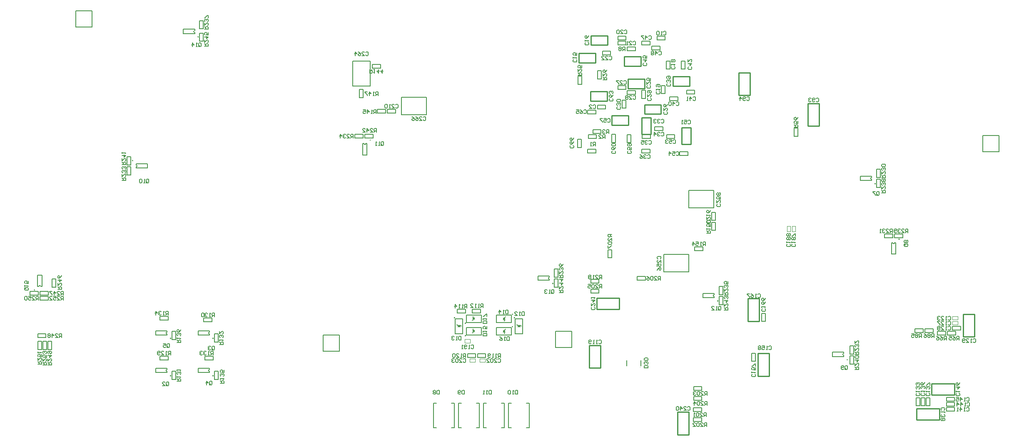
<source format=gbr>
%TF.GenerationSoftware,Altium Limited,Altium Designer,23.11.1 (41)*%
G04 Layer_Color=32896*
%FSLAX45Y45*%
%MOMM*%
%TF.SameCoordinates,5B37CA9A-06B1-4671-AC7C-9F047A950D05*%
%TF.FilePolarity,Positive*%
%TF.FileFunction,Legend,Bot*%
%TF.Part,Single*%
G01*
G75*
%TA.AperFunction,NonConductor*%
%ADD136C,0.25400*%
%ADD137C,0.12700*%
%ADD140C,0.15240*%
%ADD141C,0.20000*%
%ADD142C,0.19990*%
%ADD143C,0.07620*%
%ADD155C,0.10000*%
D136*
X9178072Y2842260D02*
G03*
X9178072Y2842260I-3592J0D01*
G01*
Y3096260D02*
G03*
X9178072Y3096260I-3592J0D01*
G01*
X8954552Y3208020D02*
G03*
X8954552Y3208020I-3592J0D01*
G01*
X10173752D02*
G03*
X10173752Y3208020I-3592J0D01*
G01*
X10133112Y3025140D02*
G03*
X10133112Y3025140I-3592J0D01*
G01*
Y3279140D02*
G03*
X10133112Y3279140I-3592J0D01*
G01*
X12815570Y7879080D02*
Y8072120D01*
X12482830Y7879080D02*
X12815570D01*
X12482830D02*
Y8072120D01*
X12815570D01*
X12152630Y7129780D02*
Y7322820D01*
X12485370D01*
Y7129780D02*
Y7322820D01*
X12152630Y7129780D02*
X12485370D01*
X13568680Y6742430D02*
Y7075170D01*
Y6742430D02*
X13761720D01*
Y7075170D01*
X13568680D02*
X13761720D01*
X13397231Y7929880D02*
Y8122920D01*
X13729970D01*
Y7929880D02*
Y8122920D01*
X13397231Y7929880D02*
X13729970D01*
X12739370Y8336280D02*
Y8529320D01*
X12406630Y8336280D02*
X12739370D01*
X12406630D02*
Y8529320D01*
X12739370D01*
X11483607Y8403463D02*
Y8596503D01*
X11816347D01*
Y8403463D02*
Y8596503D01*
X11483607Y8403463D02*
X11816347D01*
X11730990Y8760460D02*
Y8953500D01*
X12063730D01*
Y8760460D02*
Y8953500D01*
X11730990Y8760460D02*
X12063730D01*
X11720830Y7818120D02*
X12053570D01*
X11720830Y7625080D02*
Y7818120D01*
Y7625080D02*
X12053570D01*
Y7818120D01*
X12755880Y7278370D02*
X12948920D01*
Y6945630D02*
Y7278370D01*
X12755880Y6945630D02*
X12948920D01*
X12755880D02*
Y7278370D01*
X12820650Y7548880D02*
X13153391D01*
X12820650Y7355840D02*
Y7548880D01*
Y7355840D02*
X13153391D01*
Y7548880D01*
X14731200Y7736840D02*
Y8199120D01*
Y7736840D02*
X14959801D01*
Y8199120D01*
X14731200D02*
X14959801D01*
X16369501Y7109460D02*
Y7571740D01*
X16140900D02*
X16369501D01*
X16140900Y7109460D02*
Y7571740D01*
Y7109460D02*
X16369501D01*
X11844137Y3379487D02*
Y3608087D01*
X12306417D01*
Y3379487D02*
Y3608087D01*
X11844137Y3379487D02*
X12306417D01*
X11696700Y2181860D02*
Y2644140D01*
Y2181860D02*
X11925300D01*
Y2644140D01*
X11696700D02*
X11925300D01*
X13487399Y822960D02*
X13716000D01*
X13487399D02*
Y1285240D01*
X13716000D01*
Y822960D02*
Y1285240D01*
X19299699Y3279140D02*
X19528300D01*
Y2816860D02*
Y3279140D01*
X19299699Y2816860D02*
X19528300D01*
X19299699D02*
Y3279140D01*
X18810750Y1126200D02*
Y1354800D01*
X18348470Y1126200D02*
X18810750D01*
X18348470D02*
Y1354800D01*
X18810750D01*
X18653270Y1634200D02*
Y1862800D01*
X19115550D01*
Y1634200D02*
Y1862800D01*
X18653270Y1634200D02*
X19115550D01*
X14922501Y3596640D02*
X15151100D01*
Y3134360D02*
Y3596640D01*
X14922501Y3134360D02*
X15151100D01*
X14922501D02*
Y3596640D01*
X15125700Y2016760D02*
X15354300D01*
X15125700D02*
Y2479040D01*
X15354300D01*
Y2016760D02*
Y2479040D01*
D137*
X16867438Y2480485D02*
G03*
X16867438Y2440485I0J-20000D01*
G01*
X16944208Y2350805D02*
G03*
X16944208Y2350805I-6350J0D01*
G01*
X543700Y3842320D02*
G03*
X503700Y3842320I-20000J0D01*
G01*
X420370Y3771900D02*
G03*
X420370Y3771900I-6350J0D01*
G01*
X7110590Y6754560D02*
G03*
X7150590Y6754560I20000J0D01*
G01*
X7246620Y6824980D02*
G03*
X7246620Y6824980I-6350J0D01*
G01*
X17861140Y4735260D02*
G03*
X17901140Y4735260I20000J0D01*
G01*
X17997169Y4805680D02*
G03*
X17997169Y4805680I-6350J0D01*
G01*
X17435260Y6065660D02*
G03*
X17435260Y6025660I0J-20000D01*
G01*
X17512030Y5935980D02*
G03*
X17512030Y5935980I-6350J0D01*
G01*
X14234860Y3678060D02*
G03*
X14234860Y3638060I0J-20000D01*
G01*
X14311630Y3548380D02*
G03*
X14311630Y3548380I-6350J0D01*
G01*
X10882060Y4033660D02*
G03*
X10882060Y3993660I0J-20000D01*
G01*
X10958830Y3903980D02*
G03*
X10958830Y3903980I-6350J0D01*
G01*
X3671000Y9056600D02*
G03*
X3671000Y9016600I0J-20000D01*
G01*
X3747770Y8926920D02*
G03*
X3747770Y8926920I-6350J0D01*
G01*
X2478340Y6278740D02*
G03*
X2478340Y6318740I0J20000D01*
G01*
X2414270Y6408420D02*
G03*
X2414270Y6408420I-6350J0D01*
G01*
X3973260Y2916060D02*
G03*
X3973260Y2876060I0J-20000D01*
G01*
X4050030Y2786380D02*
G03*
X4050030Y2786380I-6350J0D01*
G01*
X3109660Y2916060D02*
G03*
X3109660Y2876060I0J-20000D01*
G01*
X3186430Y2786380D02*
G03*
X3186430Y2786380I-6350J0D01*
G01*
X3973260Y2154060D02*
G03*
X3973260Y2114060I0J-20000D01*
G01*
X4050030Y2024380D02*
G03*
X4050030Y2024380I-6350J0D01*
G01*
X3109660Y2154060D02*
G03*
X3109660Y2114060I0J-20000D01*
G01*
X3186430Y2024380D02*
G03*
X3186430Y2024380I-6350J0D01*
G01*
X12272975Y7861884D02*
Y7938084D01*
X12438075D01*
Y7861884D02*
Y7938084D01*
X12272975Y7861884D02*
X12438075D01*
X11938076Y8072984D02*
Y8238084D01*
X11861876D02*
X11938076D01*
X11861876Y8072984D02*
Y8238084D01*
Y8072984D02*
X11938076D01*
X11861876Y7538085D02*
X12026976D01*
X11861876Y7461885D02*
Y7538085D01*
Y7461885D02*
X12026976D01*
Y7538085D01*
X11766550Y7035800D02*
X11931650D01*
X11766550Y6959600D02*
Y7035800D01*
Y6959600D02*
X11931650D01*
Y7035800D01*
X11672976Y6938086D02*
X11838076D01*
X11672976Y6861886D02*
Y6938086D01*
Y6861886D02*
X11838076D01*
Y6938086D01*
X11531600Y6673850D02*
Y6838950D01*
X11455400D02*
X11531600D01*
X11455400Y6673850D02*
Y6838950D01*
Y6673850D02*
X11531600D01*
X10471600Y969200D02*
Y1469200D01*
X10051600Y969200D02*
Y1469200D01*
X10410950Y969200D02*
X10471600D01*
X10410950Y1469200D02*
X10471600D01*
X10051600Y969200D02*
X10112250D01*
X10051600Y1469200D02*
X10112250D01*
X9963600Y969200D02*
Y1469200D01*
X9543600Y969200D02*
Y1469200D01*
X9902950Y969200D02*
X9963600D01*
X9902950Y1469200D02*
X9963600D01*
X9543600Y969200D02*
X9604250D01*
X9543600Y1469200D02*
X9604250D01*
X9455600Y969200D02*
Y1469200D01*
X9035600Y969200D02*
Y1469200D01*
X9394950Y969200D02*
X9455600D01*
X9394950Y1469200D02*
X9455600D01*
X9035600Y969200D02*
X9096250D01*
X9035600Y1469200D02*
X9096250D01*
X8947600Y969200D02*
Y1469200D01*
X8527600Y969200D02*
Y1469200D01*
X8886950Y969200D02*
X8947600D01*
X8886950Y1469200D02*
X8947600D01*
X8527600Y969200D02*
X8588250D01*
X8527600Y1469200D02*
X8588250D01*
X13328650Y7708900D02*
X13493750D01*
X13328650Y7632700D02*
Y7708900D01*
Y7632700D02*
X13493750D01*
Y7708900D01*
X16867438Y2415485D02*
Y2440485D01*
Y2480485D02*
Y2505485D01*
X16637437Y2415485D02*
X16867438D01*
X16637437D02*
Y2505485D01*
X16867438D01*
X17069939Y2466285D02*
Y2631385D01*
X16993738D02*
X17069939D01*
X16993738Y2466285D02*
Y2631385D01*
Y2466285D02*
X17069939D01*
Y2263085D02*
Y2428185D01*
X16993738D02*
X17069939D01*
X16993738Y2263085D02*
Y2428185D01*
Y2263085D02*
X17069939D01*
X323850Y3746500D02*
X488950D01*
X323850Y3670300D02*
Y3746500D01*
Y3670300D02*
X488950D01*
Y3746500D01*
X527050Y3670300D02*
X692150D01*
Y3746500D01*
X527050D02*
X692150D01*
X527050Y3670300D02*
Y3746500D01*
X850900Y3829050D02*
Y3994150D01*
X774700D02*
X850900D01*
X774700Y3829050D02*
Y3994150D01*
Y3829050D02*
X850900D01*
X478700Y3842320D02*
X503700D01*
X543700D02*
X568700D01*
X478700D02*
Y4072320D01*
X568700D01*
Y3842320D02*
Y4072320D01*
X527050Y3644900D02*
X692150D01*
X527050Y3568700D02*
Y3644900D01*
Y3568700D02*
X692150D01*
Y3644900D01*
X6927850Y6946900D02*
X7092950D01*
X6927850Y6870700D02*
Y6946900D01*
Y6870700D02*
X7092950D01*
Y6946900D01*
X7131050Y6870700D02*
X7296150D01*
Y6946900D01*
X7131050D02*
X7296150D01*
X7131050Y6870700D02*
Y6946900D01*
X7150590Y6754560D02*
X7175590D01*
X7085590D02*
X7110590D01*
X7175590Y6524560D02*
Y6754560D01*
X7085590Y6524560D02*
X7175590D01*
X7085590D02*
Y6754560D01*
X17900650Y4914900D02*
X18065750D01*
X17900650Y4838700D02*
Y4914900D01*
Y4838700D02*
X18065750D01*
Y4914900D01*
X17697450D02*
X17862550D01*
X17697450Y4838700D02*
Y4914900D01*
Y4838700D02*
X17862550D01*
Y4914900D01*
X17901140Y4735260D02*
X17926140D01*
X17836140D02*
X17861140D01*
X17926140Y4505260D02*
Y4735260D01*
X17836140Y4505260D02*
X17926140D01*
X17836140D02*
Y4735260D01*
X17614900Y6064250D02*
Y6229350D01*
X17538699D02*
X17614900D01*
X17538699Y6064250D02*
Y6229350D01*
Y6064250D02*
X17614900D01*
X17538699Y5861050D02*
Y6026150D01*
Y5861050D02*
X17614900D01*
Y6026150D01*
X17538699D02*
X17614900D01*
X17435260Y6000660D02*
Y6025660D01*
Y6065660D02*
Y6090660D01*
X17205260Y6000660D02*
X17435260D01*
X17205260D02*
Y6090660D01*
X17435260D01*
X14338300Y3473450D02*
Y3638550D01*
Y3473450D02*
X14414500D01*
Y3638550D01*
X14338300D02*
X14414500D01*
X14234860Y3613060D02*
Y3638060D01*
Y3678060D02*
Y3703060D01*
X14004860Y3613060D02*
X14234860D01*
X14004860D02*
Y3703060D01*
X14234860D01*
X14414500Y3676650D02*
Y3841750D01*
X14338300D02*
X14414500D01*
X14338300Y3676650D02*
Y3841750D01*
Y3676650D02*
X14414500D01*
X11061700Y4032250D02*
Y4197350D01*
X10985500D02*
X11061700D01*
X10985500Y4032250D02*
Y4197350D01*
Y4032250D02*
X11061700D01*
X10882060Y3968660D02*
Y3993660D01*
Y4033660D02*
Y4058660D01*
X10652060Y3968660D02*
X10882060D01*
X10652060D02*
Y4058660D01*
X10882060D01*
X10985500Y3829050D02*
Y3994150D01*
Y3829050D02*
X11061700D01*
Y3994150D01*
X10985500D02*
X11061700D01*
X3843020Y8836750D02*
Y9001850D01*
X3766820D02*
X3843020D01*
X3766820Y8836750D02*
Y9001850D01*
Y8836750D02*
X3843020D01*
Y9090750D02*
Y9255850D01*
X3766820D02*
X3843020D01*
X3766820Y9090750D02*
Y9255850D01*
Y9090750D02*
X3843020D01*
X3671000Y8991600D02*
Y9016600D01*
Y9056600D02*
Y9081600D01*
X3441000Y8991600D02*
X3671000D01*
X3441000D02*
Y9081600D01*
X3671000D01*
X2478340Y6318740D02*
Y6343740D01*
Y6253740D02*
Y6278740D01*
Y6343740D02*
X2708340D01*
Y6253740D02*
Y6343740D01*
X2478340Y6253740D02*
X2708340D01*
X2298700Y6115050D02*
Y6280150D01*
Y6115050D02*
X2374900D01*
Y6280150D01*
X2298700D02*
X2374900D01*
X2298700Y6318250D02*
Y6483350D01*
Y6318250D02*
X2374900D01*
Y6483350D01*
X2298700D02*
X2374900D01*
X685800Y2559050D02*
Y2724150D01*
Y2559050D02*
X762000D01*
Y2724150D01*
X685800D02*
X762000D01*
X660400Y2559050D02*
Y2724150D01*
X584200D02*
X660400D01*
X584200Y2559050D02*
Y2724150D01*
Y2559050D02*
X660400D01*
X558800D02*
Y2724150D01*
X482600D02*
X558800D01*
X482600Y2559050D02*
Y2724150D01*
Y2559050D02*
X558800D01*
X482600Y2882900D02*
X647700D01*
X482600Y2806700D02*
Y2882900D01*
Y2806700D02*
X647700D01*
Y2882900D01*
X12461875Y6938086D02*
X12538075D01*
Y6772986D02*
Y6938086D01*
X12461875Y6772986D02*
X12538075D01*
X12461875D02*
Y6938086D01*
X12153900Y6775450D02*
Y6940550D01*
Y6775450D02*
X12230100D01*
Y6940550D01*
X12153900D02*
X12230100D01*
X13531850Y6515100D02*
Y6591300D01*
X13696950D01*
Y6515100D02*
Y6591300D01*
X13531850Y6515100D02*
X13696950D01*
X13265150Y6858000D02*
Y6934200D01*
X13430251D01*
Y6858000D02*
Y6934200D01*
X13265150Y6858000D02*
X13430251D01*
X13838072Y7761884D02*
Y7838084D01*
X13672972Y7761884D02*
X13838072D01*
X13672972D02*
Y7838084D01*
X13838072D01*
X13161874Y7938084D02*
X13238074D01*
Y7772984D02*
Y7938084D01*
X13161874Y7772984D02*
X13238074D01*
X13161874D02*
Y7938084D01*
X13561873Y8438083D02*
X13638074D01*
Y8272983D02*
Y8438083D01*
X13561873Y8272983D02*
X13638074D01*
X13561873D02*
Y8438083D01*
X13261877Y8438087D02*
X13338077D01*
Y8272987D02*
Y8438087D01*
X13261877Y8272987D02*
X13338077D01*
X13261877D02*
Y8438087D01*
X12926974Y8761882D02*
Y8838082D01*
X12761874Y8761882D02*
X12926974D01*
X12761874D02*
Y8838082D01*
X12926974D01*
X13131799Y8661400D02*
Y8737600D01*
X12966701Y8661400D02*
X13131799D01*
X12966701D02*
Y8737600D01*
X13131799D01*
X13072974Y8861882D02*
Y8938082D01*
X13238074D01*
Y8861882D02*
Y8938082D01*
X13072974Y8861882D02*
X13238074D01*
X12272977Y8761887D02*
X12438077D01*
Y8838087D01*
X12272977D02*
X12438077D01*
X12272977Y8761887D02*
Y8838087D01*
X11826977Y7361885D02*
Y7438085D01*
X11661877Y7361885D02*
X11826977D01*
X11661877D02*
Y7438085D01*
X11826977D01*
X13188950Y7023100D02*
Y7099300D01*
X13023849Y7023100D02*
X13188950D01*
X13023849D02*
Y7099300D01*
X13188950D01*
X12934950Y6863080D02*
Y6939280D01*
X12769850Y6863080D02*
X12934950D01*
X12769850D02*
Y6939280D01*
X12934950D01*
X12762230Y6563360D02*
Y6639560D01*
X12927330D01*
Y6563360D02*
Y6639560D01*
X12762230Y6563360D02*
X12927330D01*
X12361875Y7472985D02*
Y7638085D01*
Y7472985D02*
X12438075D01*
Y7638085D01*
X12361875D02*
X12438075D01*
X12761874Y7672984D02*
Y7838084D01*
Y7672984D02*
X12838074D01*
Y7838084D01*
X12761874D02*
X12838074D01*
X12465050Y7835900D02*
X12630150D01*
X12465050Y7759700D02*
Y7835900D01*
Y7759700D02*
X12630150D01*
Y7835900D01*
X11461877Y7961887D02*
Y8126987D01*
Y7961887D02*
X11538077D01*
Y8126987D01*
X11461877D02*
X11538077D01*
X11961876Y8561883D02*
Y8638083D01*
X12126976D01*
Y8561883D02*
Y8638083D01*
X11961876Y8561883D02*
X12126976D01*
X12465050Y8648700D02*
Y8724900D01*
X12630150D01*
Y8648700D02*
Y8724900D01*
X12465050Y8648700D02*
X12630150D01*
X12272975Y8861882D02*
Y8938082D01*
X12438075D01*
Y8861882D02*
Y8938082D01*
X12272975Y8861882D02*
X12438075D01*
X15861501Y6902450D02*
X15937700D01*
X15861501D02*
Y7067550D01*
X15937700D01*
Y6902450D02*
Y7067550D01*
X7283450Y8293100D02*
X7448550D01*
Y8369300D01*
X7283450D02*
X7448550D01*
X7283450Y8293100D02*
Y8369300D01*
X7023100Y7689850D02*
Y7854950D01*
Y7689850D02*
X7099300D01*
Y7854950D01*
X7023100D02*
X7099300D01*
X7385050Y7454900D02*
X7550150D01*
X7385050Y7378700D02*
Y7454900D01*
Y7378700D02*
X7550150D01*
Y7454900D01*
X7588250D02*
X7753350D01*
X7588250Y7378700D02*
Y7454900D01*
Y7378700D02*
X7753350D01*
Y7454900D01*
X14185899Y4984750D02*
Y5149850D01*
Y4984750D02*
X14262100D01*
Y5149850D01*
X14185899D02*
X14262100D01*
X14185899Y5187950D02*
Y5353050D01*
Y5187950D02*
X14262100D01*
Y5353050D01*
X14185899D02*
X14262100D01*
X13836650Y4648200D02*
X14001750D01*
X13836650Y4572000D02*
Y4648200D01*
Y4572000D02*
X14001750D01*
Y4648200D01*
X4152900Y2711450D02*
Y2876550D01*
X4076700D02*
X4152900D01*
X4076700Y2711450D02*
Y2876550D01*
Y2711450D02*
X4152900D01*
X3973260Y2851060D02*
Y2876060D01*
Y2916060D02*
Y2941060D01*
X3743260Y2851060D02*
X3973260D01*
X3743260D02*
Y2941060D01*
X3973260D01*
X3856990Y3124290D02*
X4022090D01*
Y3200490D01*
X3856990D02*
X4022090D01*
X3856990Y3124290D02*
Y3200490D01*
X3213100Y2927350D02*
X3289300D01*
Y2762250D02*
Y2927350D01*
X3213100Y2762250D02*
X3289300D01*
X3213100D02*
Y2927350D01*
X3130550Y3162300D02*
Y3238500D01*
X2965450Y3162300D02*
X3130550D01*
X2965450D02*
Y3238500D01*
X3130550D01*
X3109660Y2851060D02*
Y2876060D01*
Y2916060D02*
Y2941060D01*
X2879660Y2851060D02*
X3109660D01*
X2879660D02*
Y2941060D01*
X3109660D01*
X4076700Y1949450D02*
Y2114550D01*
Y1949450D02*
X4152900D01*
Y2114550D01*
X4076700D02*
X4152900D01*
X3973260Y2089060D02*
Y2114060D01*
Y2154060D02*
Y2179060D01*
X3743260Y2089060D02*
X3973260D01*
X3743260D02*
Y2179060D01*
X3973260D01*
X4044950Y2349500D02*
Y2425700D01*
X3879850Y2349500D02*
X4044950D01*
X3879850D02*
Y2425700D01*
X4044950D01*
X3213100Y2114550D02*
X3289300D01*
Y1949450D02*
Y2114550D01*
X3213100Y1949450D02*
X3289300D01*
X3213100D02*
Y2114550D01*
X2965450Y2349500D02*
X3130550D01*
Y2425700D01*
X2965450D02*
X3130550D01*
X2965450Y2349500D02*
Y2425700D01*
X3109660Y2089060D02*
Y2114060D01*
Y2154060D02*
Y2179060D01*
X2879660Y2089060D02*
X3109660D01*
X2879660D02*
Y2179060D01*
X3109660D01*
X1257300Y9131300D02*
Y9461500D01*
X1587500Y9131300D02*
Y9461500D01*
X1257300D02*
X1587500D01*
X1257300Y9131300D02*
X1587500D01*
X11010900Y2603500D02*
Y2933700D01*
X11341100Y2603500D02*
Y2933700D01*
X11010900D02*
X11341100D01*
X11010900Y2603500D02*
X11341100D01*
X6286500Y2527300D02*
Y2857500D01*
X6616700Y2527300D02*
Y2857500D01*
X6286500D02*
X6616700D01*
X6286500Y2527300D02*
X6616700D01*
X19697701Y6591300D02*
Y6921500D01*
X20027901Y6591300D02*
Y6921500D01*
X19697701D02*
X20027901D01*
X19697701Y6591300D02*
X20027901D01*
X13811250Y1092200D02*
X13976350D01*
Y1168400D01*
X13811250D02*
X13976350D01*
X13811250Y1092200D02*
Y1168400D01*
X13817599Y1526540D02*
X13982700D01*
Y1602740D01*
X13817599D02*
X13982700D01*
X13817599Y1526540D02*
Y1602740D01*
Y1729740D02*
X13982700D01*
Y1805940D01*
X13817599D02*
X13982700D01*
X13817599Y1729740D02*
Y1805940D01*
X13811250Y1295400D02*
X13976350D01*
Y1371600D01*
X13811250D02*
X13976350D01*
X13811250Y1295400D02*
Y1371600D01*
X11726027Y3989087D02*
X11891127D01*
X11726027Y3912887D02*
Y3989087D01*
Y3912887D02*
X11891127D01*
Y3989087D01*
X11726027Y3785887D02*
X11891127D01*
X11726027Y3709687D02*
Y3785887D01*
Y3709687D02*
X11891127D01*
Y3785887D01*
X12668250Y3975100D02*
X12833350D01*
Y4051300D01*
X12668250D02*
X12833350D01*
X12668250Y3975100D02*
Y4051300D01*
X12151477Y4427237D02*
Y4592337D01*
X12075277D02*
X12151477D01*
X12075277Y4427237D02*
Y4592337D01*
Y4427237D02*
X12151477D01*
X18518649Y2984500D02*
X18683749D01*
X18518649Y2908300D02*
Y2984500D01*
Y2908300D02*
X18683749D01*
Y2984500D01*
X18315450Y2908300D02*
X18480550D01*
Y2984500D01*
X18315450D02*
X18480550D01*
X18315450Y2908300D02*
Y2984500D01*
X18772650Y2857500D02*
X18937750D01*
Y2933700D01*
X18772650D02*
X18937750D01*
X18772650Y2857500D02*
Y2933700D01*
X18975850D02*
X19140950D01*
X18975850Y2857500D02*
Y2933700D01*
Y2857500D02*
X19140950D01*
Y2933700D01*
X18338310Y1411950D02*
Y1577050D01*
Y1411950D02*
X18414510D01*
Y1577050D01*
X18338310D02*
X18414510D01*
X18439909Y1411950D02*
Y1577050D01*
Y1411950D02*
X18516110D01*
Y1577050D01*
X18439909D02*
X18516110D01*
X18541510Y1411950D02*
Y1577050D01*
Y1411950D02*
X18617709D01*
Y1577050D01*
X18541510D02*
X18617709D01*
X18954260Y1380200D02*
X19119360D01*
X18954260Y1304000D02*
Y1380200D01*
Y1304000D02*
X19119360D01*
Y1380200D01*
X18954260Y1583400D02*
X19119360D01*
X18954260Y1507200D02*
Y1583400D01*
Y1507200D02*
X19119360D01*
Y1583400D01*
X18954260Y1481800D02*
X19119360D01*
X18954260Y1405600D02*
Y1481800D01*
Y1405600D02*
X19119360D01*
Y1481800D01*
X19077451Y3035300D02*
X19242551D01*
X19077451Y2959100D02*
Y3035300D01*
Y2959100D02*
X19242551D01*
Y3035300D01*
X15201900Y3130550D02*
Y3295650D01*
Y3130550D02*
X15278101D01*
Y3295650D01*
X15201900D02*
X15278101D01*
X15074899Y2317750D02*
Y2482850D01*
X14998700D02*
X15074899D01*
X14998700Y2317750D02*
Y2482850D01*
Y2317750D02*
X15074899D01*
X9315450Y3378200D02*
X9480550D01*
X9315450Y3302000D02*
Y3378200D01*
Y3302000D02*
X9480550D01*
Y3378200D01*
X9175750Y3302000D02*
Y3378200D01*
X9010650Y3302000D02*
X9175750D01*
X9010650D02*
Y3378200D01*
X9175750D01*
X9423400Y2400300D02*
Y2476500D01*
X9588500D01*
Y2400300D02*
Y2476500D01*
X9423400Y2400300D02*
X9588500D01*
X9220200Y2476500D02*
X9385300D01*
X9220200Y2400300D02*
Y2476500D01*
Y2400300D02*
X9385300D01*
Y2476500D01*
X9329420Y2905760D02*
Y2969260D01*
X9316720Y2893060D02*
X9329420Y2905760D01*
Y2969260D02*
X9342120Y2981960D01*
X9335770Y2937510D02*
X9354820Y2918460D01*
Y2956560D01*
X9335770Y2937510D02*
X9354820Y2956560D01*
X9335770Y2937510D02*
X9354820D01*
X9194800Y2857500D02*
Y3009900D01*
X9499600Y2857500D02*
Y3009900D01*
X9194800Y2857500D02*
X9499600D01*
X9194800Y3009900D02*
X9499600D01*
X9329420Y3159760D02*
Y3223260D01*
X9316720Y3147060D02*
X9329420Y3159760D01*
Y3223260D02*
X9342120Y3235960D01*
X9335770Y3191510D02*
X9354820Y3172460D01*
Y3210560D01*
X9335770Y3191510D02*
X9354820Y3210560D01*
X9335770Y3191510D02*
X9354820D01*
X9194800Y3111500D02*
Y3263900D01*
X9499600Y3111500D02*
Y3263900D01*
X9194800Y3111500D02*
X9499600D01*
X9194800Y3263900D02*
X9499600D01*
X9014460Y3053080D02*
X9077960D01*
X9001760Y3065780D02*
X9014460Y3053080D01*
X9077960D02*
X9090660Y3040380D01*
X9027160Y3027680D02*
X9046210Y3046730D01*
X9027160Y3027680D02*
X9065260D01*
X9046210Y3046730D02*
X9065260Y3027680D01*
X9046210D02*
Y3046730D01*
X8966200Y3187700D02*
X9118600D01*
X8966200Y2882900D02*
X9118600D01*
X8966200D02*
Y3187700D01*
X9118600Y2882900D02*
Y3187700D01*
X10233660Y3053080D02*
X10297160D01*
X10220960Y3065780D02*
X10233660Y3053080D01*
X10297160D02*
X10309860Y3040380D01*
X10246360Y3027680D02*
X10265410Y3046730D01*
X10246360Y3027680D02*
X10284460D01*
X10265410Y3046730D02*
X10284460Y3027680D01*
X10265410D02*
Y3046730D01*
X10185400Y3187700D02*
X10337800D01*
X10185400Y2882900D02*
X10337800D01*
X10185400D02*
Y3187700D01*
X10337800Y2882900D02*
Y3187700D01*
X9974580Y2898140D02*
Y2961640D01*
X9987280Y2974340D01*
X9961880Y2885440D02*
X9974580Y2898140D01*
X9949180Y2948940D02*
X9968230Y2929890D01*
X9949180Y2910840D02*
Y2948940D01*
Y2910840D02*
X9968230Y2929890D01*
X9949180D02*
X9968230D01*
X10109200Y2857500D02*
Y3009900D01*
X9804400Y2857500D02*
Y3009900D01*
X10109200D01*
X9804400Y2857500D02*
X10109200D01*
X9974580Y3152140D02*
Y3215640D01*
X9987280Y3228340D01*
X9961880Y3139440D02*
X9974580Y3152140D01*
X9949180Y3202940D02*
X9968230Y3183890D01*
X9949180Y3164840D02*
Y3202940D01*
Y3164840D02*
X9968230Y3183890D01*
X9949180D02*
X9968230D01*
X10109200Y3111500D02*
Y3263900D01*
X9804400Y3111500D02*
Y3263900D01*
X10109200D01*
X9804400Y3111500D02*
X10109200D01*
X11826977Y6561887D02*
Y6638087D01*
X11661877Y6561887D02*
X11826977D01*
X11661877D02*
Y6638087D01*
X11826977D01*
D140*
X12395183Y8026392D02*
X12407879Y8039088D01*
X12433271D01*
X12445967Y8026392D01*
Y7975608D01*
X12433271Y7962912D01*
X12407879D01*
X12395183Y7975608D01*
X12319008Y7962912D02*
X12369792D01*
X12319008Y8013696D01*
Y8026392D01*
X12331704Y8039088D01*
X12357096D01*
X12369792Y8026392D01*
X12293616Y8039088D02*
X12242833D01*
Y8026392D01*
X12293616Y7975608D01*
Y7962912D01*
X12928592Y7937517D02*
X12941289Y7924821D01*
Y7899429D01*
X12928592Y7886733D01*
X12877808D01*
X12865112Y7899429D01*
Y7924821D01*
X12877808Y7937517D01*
X12865112Y8013692D02*
Y7962908D01*
X12915897Y8013692D01*
X12928592D01*
X12941289Y8000996D01*
Y7975604D01*
X12928592Y7962908D01*
X12941289Y8089867D02*
Y8039084D01*
X12903200D01*
X12915897Y8064476D01*
Y8077172D01*
X12903200Y8089867D01*
X12877808D01*
X12865112Y8077172D01*
Y8051780D01*
X12877808Y8039084D01*
X11976112Y8051833D02*
X12052288D01*
Y8089921D01*
X12039592Y8102617D01*
X12014200D01*
X12001504Y8089921D01*
Y8051833D01*
Y8077225D02*
X11976112Y8102617D01*
Y8178792D02*
Y8128008D01*
X12026896Y8178792D01*
X12039592D01*
X12052288Y8166096D01*
Y8140704D01*
X12039592Y8128008D01*
X12052288Y8254967D02*
X12039592Y8229576D01*
X12014200Y8204184D01*
X11988808D01*
X11976112Y8216880D01*
Y8242272D01*
X11988808Y8254967D01*
X12001504D01*
X12014200Y8242272D01*
Y8204184D01*
X11772896Y7531092D02*
X11785592Y7543788D01*
X11810983D01*
X11823679Y7531092D01*
Y7480308D01*
X11810983Y7467612D01*
X11785592D01*
X11772896Y7480308D01*
X11696721Y7467612D02*
X11747504D01*
X11696721Y7518396D01*
Y7531092D01*
X11709416Y7543788D01*
X11734808D01*
X11747504Y7531092D01*
X12090379Y6959612D02*
Y7035788D01*
X12052292D01*
X12039596Y7023092D01*
Y6997700D01*
X12052292Y6985004D01*
X12090379D01*
X12064988D02*
X12039596Y6959612D01*
X12014204Y7023092D02*
X12001508Y7035788D01*
X11976116D01*
X11963421Y7023092D01*
Y7010396D01*
X11976116Y6997700D01*
X11988812D01*
X11976116D01*
X11963421Y6985004D01*
Y6972308D01*
X11976116Y6959612D01*
X12001508D01*
X12014204Y6972308D01*
X12014179Y6858012D02*
Y6934188D01*
X11976092D01*
X11963396Y6921492D01*
Y6896100D01*
X11976092Y6883404D01*
X12014179D01*
X11988788D02*
X11963396Y6858012D01*
X11887221D02*
X11938004D01*
X11887221Y6908796D01*
Y6921492D01*
X11899916Y6934188D01*
X11925308D01*
X11938004Y6921492D01*
X11366492Y6718317D02*
X11379188Y6705621D01*
Y6680229D01*
X11366492Y6667533D01*
X11315708D01*
X11303012Y6680229D01*
Y6705621D01*
X11315708Y6718317D01*
X11379188Y6794492D02*
X11366492Y6769100D01*
X11341100Y6743708D01*
X11315708D01*
X11303012Y6756404D01*
Y6781796D01*
X11315708Y6794492D01*
X11328404D01*
X11341100Y6781796D01*
Y6743708D01*
X11379188Y6870667D02*
X11366492Y6845276D01*
X11341100Y6819884D01*
X11315708D01*
X11303012Y6832580D01*
Y6857972D01*
X11315708Y6870667D01*
X11328404D01*
X11341100Y6857972D01*
Y6819884D01*
X10236200Y1724635D02*
Y1648460D01*
X10198112D01*
X10185417Y1661156D01*
Y1711939D01*
X10198112Y1724635D01*
X10236200D01*
X10160025Y1648460D02*
X10134633D01*
X10147329D01*
Y1724635D01*
X10160025Y1711939D01*
X10096545D02*
X10083849Y1724635D01*
X10058457D01*
X10045762Y1711939D01*
Y1661156D01*
X10058457Y1648460D01*
X10083849D01*
X10096545Y1661156D01*
Y1711939D01*
X9702800Y1724635D02*
Y1648460D01*
X9664712D01*
X9652017Y1661156D01*
Y1711939D01*
X9664712Y1724635D01*
X9702800D01*
X9626625Y1648460D02*
X9601233D01*
X9613929D01*
Y1724635D01*
X9626625Y1711939D01*
X9563145Y1648460D02*
X9537753D01*
X9550449D01*
Y1724635D01*
X9563145Y1711939D01*
X9156700Y1724635D02*
Y1648460D01*
X9118612D01*
X9105917Y1661156D01*
Y1711939D01*
X9118612Y1724635D01*
X9156700D01*
X9080525Y1661156D02*
X9067829Y1648460D01*
X9042437D01*
X9029741Y1661156D01*
Y1711939D01*
X9042437Y1724635D01*
X9067829D01*
X9080525Y1711939D01*
Y1699243D01*
X9067829Y1686548D01*
X9029741D01*
X8648700Y1724635D02*
Y1648460D01*
X8610612D01*
X8597917Y1661156D01*
Y1711939D01*
X8610612Y1724635D01*
X8648700D01*
X8572525Y1711939D02*
X8559829Y1724635D01*
X8534437D01*
X8521741Y1711939D01*
Y1699243D01*
X8534437Y1686548D01*
X8521741Y1673852D01*
Y1661156D01*
X8534437Y1648460D01*
X8559829D01*
X8572525Y1661156D01*
Y1673852D01*
X8559829Y1686548D01*
X8572525Y1699243D01*
Y1711939D01*
X8559829Y1686548D02*
X8534437D01*
X13461983Y7594592D02*
X13474680Y7607288D01*
X13500072D01*
X13512767Y7594592D01*
Y7543808D01*
X13500072Y7531112D01*
X13474680D01*
X13461983Y7543808D01*
X13398505Y7531112D02*
Y7607288D01*
X13436592Y7569200D01*
X13385808D01*
X13360416Y7594592D02*
X13347720Y7607288D01*
X13322328D01*
X13309633Y7594592D01*
Y7543808D01*
X13322328Y7531112D01*
X13347720D01*
X13360416Y7543808D01*
Y7594592D01*
X13201636Y9029692D02*
X13214331Y9042388D01*
X13239723D01*
X13252419Y9029692D01*
Y8978908D01*
X13239723Y8966212D01*
X13214331D01*
X13201636Y8978908D01*
X13176244Y8966212D02*
X13150851D01*
X13163548D01*
Y9042388D01*
X13176244Y9029692D01*
X13112764D02*
X13100069Y9042388D01*
X13074677D01*
X13061981Y9029692D01*
Y8978908D01*
X13074677Y8966212D01*
X13100069D01*
X13112764Y8978908D01*
Y9029692D01*
X14090605Y1424952D02*
Y1501128D01*
X14052518D01*
X14039821Y1488432D01*
Y1463040D01*
X14052518Y1450344D01*
X14090605D01*
X14065213D02*
X14039821Y1424952D01*
X13963646D02*
X14014429D01*
X13963646Y1475736D01*
Y1488432D01*
X13976341Y1501128D01*
X14001733D01*
X14014429Y1488432D01*
X13938254D02*
X13925558Y1501128D01*
X13900166D01*
X13887471Y1488432D01*
Y1437648D01*
X13900166Y1424952D01*
X13925558D01*
X13938254Y1437648D01*
Y1488432D01*
X13823991Y1424952D02*
Y1501128D01*
X13862079Y1463040D01*
X13811295D01*
X14090605Y1628152D02*
Y1704328D01*
X14052518D01*
X14039821Y1691632D01*
Y1666240D01*
X14052518Y1653544D01*
X14090605D01*
X14065213D02*
X14039821Y1628152D01*
X13963646D02*
X14014429D01*
X13963646Y1678936D01*
Y1691632D01*
X13976341Y1704328D01*
X14001733D01*
X14014429Y1691632D01*
X13938254D02*
X13925558Y1704328D01*
X13900166D01*
X13887471Y1691632D01*
Y1640848D01*
X13900166Y1628152D01*
X13925558D01*
X13938254Y1640848D01*
Y1691632D01*
X13862079D02*
X13849384Y1704328D01*
X13823991D01*
X13811295Y1691632D01*
Y1678936D01*
X13823991Y1666240D01*
X13836687D01*
X13823991D01*
X13811295Y1653544D01*
Y1640848D01*
X13823991Y1628152D01*
X13849384D01*
X13862079Y1640848D01*
X14084254Y990612D02*
Y1066788D01*
X14046167D01*
X14033472Y1054092D01*
Y1028700D01*
X14046167Y1016004D01*
X14084254D01*
X14058862D02*
X14033472Y990612D01*
X13957297D02*
X14008080D01*
X13957297Y1041396D01*
Y1054092D01*
X13969992Y1066788D01*
X13995383D01*
X14008080Y1054092D01*
X13931905D02*
X13919208Y1066788D01*
X13893816D01*
X13881120Y1054092D01*
Y1003308D01*
X13893816Y990612D01*
X13919208D01*
X13931905Y1003308D01*
Y1054092D01*
X13804945Y990612D02*
X13855730D01*
X13804945Y1041396D01*
Y1054092D01*
X13817641Y1066788D01*
X13843033D01*
X13855730Y1054092D01*
X11887175Y2743192D02*
X11899871Y2755888D01*
X11925263D01*
X11937959Y2743192D01*
Y2692408D01*
X11925263Y2679712D01*
X11899871D01*
X11887175Y2692408D01*
X11861783Y2679712D02*
X11836392D01*
X11849088D01*
Y2755888D01*
X11861783Y2743192D01*
X11798304Y2679712D02*
X11772912D01*
X11785608D01*
Y2755888D01*
X11798304Y2743192D01*
X11734825Y2692408D02*
X11722129Y2679712D01*
X11696737D01*
X11684041Y2692408D01*
Y2743192D01*
X11696737Y2755888D01*
X11722129D01*
X11734825Y2743192D01*
Y2730496D01*
X11722129Y2717800D01*
X11684041D01*
X12420579Y8648712D02*
Y8724888D01*
X12382492D01*
X12369796Y8712192D01*
Y8686800D01*
X12382492Y8674104D01*
X12420579D01*
X12395188D02*
X12369796Y8648712D01*
X12344404Y8712192D02*
X12331708Y8724888D01*
X12306316D01*
X12293621Y8712192D01*
Y8699496D01*
X12306316Y8686800D01*
X12293621Y8674104D01*
Y8661408D01*
X12306316Y8648712D01*
X12331708D01*
X12344404Y8661408D01*
Y8674104D01*
X12331708Y8686800D01*
X12344404Y8699496D01*
Y8712192D01*
X12331708Y8686800D02*
X12306316D01*
X584212Y2247945D02*
X660388D01*
Y2286033D01*
X647692Y2298728D01*
X622300D01*
X609604Y2286033D01*
Y2247945D01*
Y2273337D02*
X584212Y2298728D01*
Y2374904D02*
Y2324120D01*
X634996Y2374904D01*
X647692D01*
X660388Y2362208D01*
Y2336816D01*
X647692Y2324120D01*
X660388Y2451079D02*
Y2400296D01*
X622300D01*
X634996Y2425688D01*
Y2438383D01*
X622300Y2451079D01*
X596908D01*
X584212Y2438383D01*
Y2412992D01*
X596908Y2400296D01*
X647692Y2476471D02*
X660388Y2489167D01*
Y2514559D01*
X647692Y2527255D01*
X634996D01*
X622300Y2514559D01*
Y2501863D01*
Y2514559D01*
X609604Y2527255D01*
X596908D01*
X584212Y2514559D01*
Y2489167D01*
X596908Y2476471D01*
X1003255Y3568712D02*
Y3644888D01*
X965167D01*
X952471Y3632192D01*
Y3606800D01*
X965167Y3594104D01*
X1003255D01*
X977863D02*
X952471Y3568712D01*
X876296D02*
X927079D01*
X876296Y3619496D01*
Y3632192D01*
X888992Y3644888D01*
X914383D01*
X927079Y3632192D01*
X800121Y3644888D02*
X850904D01*
Y3606800D01*
X825512Y3619496D01*
X812816D01*
X800121Y3606800D01*
Y3581408D01*
X812816Y3568712D01*
X838208D01*
X850904Y3581408D01*
X723945Y3568712D02*
X774729D01*
X723945Y3619496D01*
Y3632192D01*
X736641Y3644888D01*
X762033D01*
X774729Y3632192D01*
X482612Y2260641D02*
X558788D01*
Y2298729D01*
X546092Y2311425D01*
X520700D01*
X508004Y2298729D01*
Y2260641D01*
Y2286033D02*
X482612Y2311425D01*
Y2387600D02*
Y2336817D01*
X533396Y2387600D01*
X546092D01*
X558788Y2374904D01*
Y2349512D01*
X546092Y2336817D01*
X558788Y2463775D02*
Y2412992D01*
X520700D01*
X533396Y2438384D01*
Y2451080D01*
X520700Y2463775D01*
X495308D01*
X482612Y2451080D01*
Y2425688D01*
X495308Y2412992D01*
X482612Y2489167D02*
Y2514559D01*
Y2501863D01*
X558788D01*
X546092Y2489167D01*
X495255Y3568712D02*
Y3644888D01*
X457167D01*
X444471Y3632192D01*
Y3606800D01*
X457167Y3594104D01*
X495255D01*
X469863D02*
X444471Y3568712D01*
X368296D02*
X419079D01*
X368296Y3619496D01*
Y3632192D01*
X380992Y3644888D01*
X406383D01*
X419079Y3632192D01*
X292121Y3644888D02*
X342904D01*
Y3606800D01*
X317512Y3619496D01*
X304816D01*
X292121Y3606800D01*
Y3581408D01*
X304816Y3568712D01*
X330208D01*
X342904Y3581408D01*
X266729Y3632192D02*
X254033Y3644888D01*
X228641D01*
X215945Y3632192D01*
Y3581408D01*
X228641Y3568712D01*
X254033D01*
X266729Y3581408D01*
Y3632192D01*
X685812Y2247945D02*
X761988D01*
Y2286033D01*
X749292Y2298728D01*
X723900D01*
X711204Y2286033D01*
Y2247945D01*
Y2273337D02*
X685812Y2298728D01*
Y2374904D02*
Y2324120D01*
X736596Y2374904D01*
X749292D01*
X761988Y2362208D01*
Y2336816D01*
X749292Y2324120D01*
X685812Y2438383D02*
X761988D01*
X723900Y2400296D01*
Y2451079D01*
X698508Y2476471D02*
X685812Y2489167D01*
Y2514559D01*
X698508Y2527255D01*
X749292D01*
X761988Y2514559D01*
Y2489167D01*
X749292Y2476471D01*
X736596D01*
X723900Y2489167D01*
Y2527255D01*
X965155Y2806712D02*
Y2882888D01*
X927067D01*
X914371Y2870192D01*
Y2844800D01*
X927067Y2832104D01*
X965155D01*
X939763D02*
X914371Y2806712D01*
X838196D02*
X888979D01*
X838196Y2857496D01*
Y2870192D01*
X850892Y2882888D01*
X876283D01*
X888979Y2870192D01*
X774716Y2806712D02*
Y2882888D01*
X812804Y2844800D01*
X762021D01*
X736629Y2870192D02*
X723933Y2882888D01*
X698541D01*
X685845Y2870192D01*
Y2857496D01*
X698541Y2844800D01*
X685845Y2832104D01*
Y2819408D01*
X698541Y2806712D01*
X723933D01*
X736629Y2819408D01*
Y2832104D01*
X723933Y2844800D01*
X736629Y2857496D01*
Y2870192D01*
X723933Y2844800D02*
X698541D01*
X1003255Y3670312D02*
Y3746488D01*
X965167D01*
X952471Y3733792D01*
Y3708400D01*
X965167Y3695704D01*
X1003255D01*
X977863D02*
X952471Y3670312D01*
X876296D02*
X927079D01*
X876296Y3721096D01*
Y3733792D01*
X888992Y3746488D01*
X914383D01*
X927079Y3733792D01*
X812816Y3670312D02*
Y3746488D01*
X850904Y3708400D01*
X800121D01*
X774729Y3746488D02*
X723945D01*
Y3733792D01*
X774729Y3683008D01*
Y3670312D01*
X889012Y3784645D02*
X965188D01*
Y3822733D01*
X952492Y3835429D01*
X927100D01*
X914404Y3822733D01*
Y3784645D01*
Y3810037D02*
X889012Y3835429D01*
Y3911604D02*
Y3860821D01*
X939796Y3911604D01*
X952492D01*
X965188Y3898908D01*
Y3873517D01*
X952492Y3860821D01*
X889012Y3975084D02*
X965188D01*
X927100Y3936996D01*
Y3987779D01*
X965188Y4063955D02*
X952492Y4038563D01*
X927100Y4013171D01*
X901708D01*
X889012Y4025867D01*
Y4051259D01*
X901708Y4063955D01*
X914404D01*
X927100Y4051259D01*
Y4013171D01*
X3873512Y8737645D02*
X3949688D01*
Y8775733D01*
X3936992Y8788428D01*
X3911600D01*
X3898904Y8775733D01*
Y8737645D01*
Y8763037D02*
X3873512Y8788428D01*
Y8864604D02*
Y8813820D01*
X3924296Y8864604D01*
X3936992D01*
X3949688Y8851908D01*
Y8826516D01*
X3936992Y8813820D01*
X3873512Y8928083D02*
X3949688D01*
X3911600Y8889996D01*
Y8940779D01*
X3949688Y9016955D02*
Y8966171D01*
X3911600D01*
X3924296Y8991563D01*
Y9004259D01*
X3911600Y9016955D01*
X3886208D01*
X3873512Y9004259D01*
Y8978867D01*
X3886208Y8966171D01*
X11087112Y3721145D02*
X11163288D01*
Y3759233D01*
X11150592Y3771928D01*
X11125200D01*
X11112504Y3759233D01*
Y3721145D01*
Y3746537D02*
X11087112Y3771928D01*
Y3848104D02*
Y3797320D01*
X11137896Y3848104D01*
X11150592D01*
X11163288Y3835408D01*
Y3810016D01*
X11150592Y3797320D01*
X11087112Y3911583D02*
X11163288D01*
X11125200Y3873496D01*
Y3924279D01*
X11087112Y3987759D02*
X11163288D01*
X11125200Y3949671D01*
Y4000455D01*
X14439912Y3365545D02*
X14516087D01*
Y3403633D01*
X14503392Y3416328D01*
X14478000D01*
X14465305Y3403633D01*
Y3365545D01*
Y3390937D02*
X14439912Y3416328D01*
Y3492504D02*
Y3441720D01*
X14490697Y3492504D01*
X14503392D01*
X14516087Y3479808D01*
Y3454416D01*
X14503392Y3441720D01*
X14439912Y3555983D02*
X14516087D01*
X14478000Y3517896D01*
Y3568679D01*
X14503392Y3594071D02*
X14516087Y3606767D01*
Y3632159D01*
X14503392Y3644855D01*
X14490697D01*
X14478000Y3632159D01*
Y3619463D01*
Y3632159D01*
X14465305Y3644855D01*
X14452608D01*
X14439912Y3632159D01*
Y3606767D01*
X14452608Y3594071D01*
X7365955Y6985012D02*
Y7061188D01*
X7327867D01*
X7315171Y7048492D01*
Y7023100D01*
X7327867Y7010404D01*
X7365955D01*
X7340563D02*
X7315171Y6985012D01*
X7238996D02*
X7289779D01*
X7238996Y7035796D01*
Y7048492D01*
X7251692Y7061188D01*
X7277083D01*
X7289779Y7048492D01*
X7175516Y6985012D02*
Y7061188D01*
X7213604Y7023100D01*
X7162821D01*
X7086645Y6985012D02*
X7137429D01*
X7086645Y7035796D01*
Y7048492D01*
X7099341Y7061188D01*
X7124733D01*
X7137429Y7048492D01*
X2197112Y6324641D02*
X2273288D01*
Y6362729D01*
X2260592Y6375425D01*
X2235200D01*
X2222504Y6362729D01*
Y6324641D01*
Y6350033D02*
X2197112Y6375425D01*
Y6451600D02*
Y6400817D01*
X2247896Y6451600D01*
X2260592D01*
X2273288Y6438904D01*
Y6413512D01*
X2260592Y6400817D01*
X2197112Y6515080D02*
X2273288D01*
X2235200Y6476992D01*
Y6527775D01*
X2197112Y6553167D02*
Y6578559D01*
Y6565863D01*
X2273288D01*
X2260592Y6553167D01*
X17095351Y2155180D02*
X17171526D01*
Y2193268D01*
X17158830Y2205964D01*
X17133438D01*
X17120741Y2193268D01*
Y2155180D01*
Y2180572D02*
X17095351Y2205964D01*
Y2282139D02*
Y2231355D01*
X17146133Y2282139D01*
X17158830D01*
X17171526Y2269443D01*
Y2244051D01*
X17158830Y2231355D01*
X17095351Y2345619D02*
X17171526D01*
X17133438Y2307531D01*
Y2358314D01*
X17158830Y2383706D02*
X17171526Y2396402D01*
Y2421794D01*
X17158830Y2434490D01*
X17108046D01*
X17095351Y2421794D01*
Y2396402D01*
X17108046Y2383706D01*
X17158830D01*
X18173656Y4940312D02*
Y5016488D01*
X18135567D01*
X18122871Y5003792D01*
Y4978400D01*
X18135567Y4965704D01*
X18173656D01*
X18148264D02*
X18122871Y4940312D01*
X18046696D02*
X18097479D01*
X18046696Y4991096D01*
Y5003792D01*
X18059392Y5016488D01*
X18084782D01*
X18097479Y5003792D01*
X18021304D02*
X18008607Y5016488D01*
X17983215D01*
X17970522Y5003792D01*
Y4991096D01*
X17983215Y4978400D01*
X17995912D01*
X17983215D01*
X17970522Y4965704D01*
Y4953008D01*
X17983215Y4940312D01*
X18008607D01*
X18021304Y4953008D01*
X17945129D02*
X17932433Y4940312D01*
X17907040D01*
X17894345Y4953008D01*
Y5003792D01*
X17907040Y5016488D01*
X17932433D01*
X17945129Y5003792D01*
Y4991096D01*
X17932433Y4978400D01*
X17894345D01*
X17640312Y5753145D02*
X17716489D01*
Y5791233D01*
X17703792Y5803928D01*
X17678400D01*
X17665704Y5791233D01*
Y5753145D01*
Y5778537D02*
X17640312Y5803928D01*
Y5880104D02*
Y5829320D01*
X17691096Y5880104D01*
X17703792D01*
X17716489Y5867408D01*
Y5842016D01*
X17703792Y5829320D01*
Y5905496D02*
X17716489Y5918192D01*
Y5943583D01*
X17703792Y5956279D01*
X17691096D01*
X17678400Y5943583D01*
Y5930888D01*
Y5943583D01*
X17665704Y5956279D01*
X17653008D01*
X17640312Y5943583D01*
Y5918192D01*
X17653008Y5905496D01*
X17703792Y5981671D02*
X17716489Y5994367D01*
Y6019759D01*
X17703792Y6032455D01*
X17691096D01*
X17678400Y6019759D01*
X17665704Y6032455D01*
X17653008D01*
X17640312Y6019759D01*
Y5994367D01*
X17653008Y5981671D01*
X17665704D01*
X17678400Y5994367D01*
X17691096Y5981671D01*
X17703792D01*
X17678400Y5994367D02*
Y6019759D01*
X3868432Y9084445D02*
X3944608D01*
Y9122533D01*
X3931912Y9135228D01*
X3906520D01*
X3893824Y9122533D01*
Y9084445D01*
Y9109837D02*
X3868432Y9135228D01*
Y9211404D02*
Y9160620D01*
X3919216Y9211404D01*
X3931912D01*
X3944608Y9198708D01*
Y9173316D01*
X3931912Y9160620D01*
Y9236796D02*
X3944608Y9249492D01*
Y9274883D01*
X3931912Y9287579D01*
X3919216D01*
X3906520Y9274883D01*
Y9262187D01*
Y9274883D01*
X3893824Y9287579D01*
X3881128D01*
X3868432Y9274883D01*
Y9249492D01*
X3881128Y9236796D01*
X3944608Y9312971D02*
Y9363754D01*
X3931912D01*
X3881128Y9312971D01*
X3868432D01*
X11087112Y4025945D02*
X11163288D01*
Y4064033D01*
X11150592Y4076728D01*
X11125200D01*
X11112504Y4064033D01*
Y4025945D01*
Y4051337D02*
X11087112Y4076728D01*
Y4152904D02*
Y4102120D01*
X11137896Y4152904D01*
X11150592D01*
X11163288Y4140208D01*
Y4114816D01*
X11150592Y4102120D01*
Y4178296D02*
X11163288Y4190992D01*
Y4216383D01*
X11150592Y4229079D01*
X11137896D01*
X11125200Y4216383D01*
Y4203688D01*
Y4216383D01*
X11112504Y4229079D01*
X11099808D01*
X11087112Y4216383D01*
Y4190992D01*
X11099808Y4178296D01*
X11163288Y4305255D02*
X11150592Y4279863D01*
X11125200Y4254471D01*
X11099808D01*
X11087112Y4267167D01*
Y4292559D01*
X11099808Y4305255D01*
X11112504D01*
X11125200Y4292559D01*
Y4254471D01*
X14439912Y3670345D02*
X14516087D01*
Y3708433D01*
X14503392Y3721129D01*
X14478000D01*
X14465305Y3708433D01*
Y3670345D01*
Y3695737D02*
X14439912Y3721129D01*
Y3797304D02*
Y3746521D01*
X14490697Y3797304D01*
X14503392D01*
X14516087Y3784608D01*
Y3759217D01*
X14503392Y3746521D01*
Y3822696D02*
X14516087Y3835392D01*
Y3860784D01*
X14503392Y3873479D01*
X14490697D01*
X14478000Y3860784D01*
Y3848088D01*
Y3860784D01*
X14465305Y3873479D01*
X14452608D01*
X14439912Y3860784D01*
Y3835392D01*
X14452608Y3822696D01*
X14516087Y3949655D02*
Y3898871D01*
X14478000D01*
X14490697Y3924263D01*
Y3936959D01*
X14478000Y3949655D01*
X14452608D01*
X14439912Y3936959D01*
Y3911567D01*
X14452608Y3898871D01*
X6896055Y6870712D02*
Y6946888D01*
X6857967D01*
X6845271Y6934192D01*
Y6908800D01*
X6857967Y6896104D01*
X6896055D01*
X6870663D02*
X6845271Y6870712D01*
X6769096D02*
X6819879D01*
X6769096Y6921496D01*
Y6934192D01*
X6781792Y6946888D01*
X6807183D01*
X6819879Y6934192D01*
X6743704D02*
X6731008Y6946888D01*
X6705616D01*
X6692921Y6934192D01*
Y6921496D01*
X6705616Y6908800D01*
X6718312D01*
X6705616D01*
X6692921Y6896104D01*
Y6883408D01*
X6705616Y6870712D01*
X6731008D01*
X6743704Y6883408D01*
X6629441Y6870712D02*
Y6946888D01*
X6667529Y6908800D01*
X6616745D01*
X2197112Y6007145D02*
X2273288D01*
Y6045233D01*
X2260592Y6057929D01*
X2235200D01*
X2222504Y6045233D01*
Y6007145D01*
Y6032537D02*
X2197112Y6057929D01*
Y6134104D02*
Y6083321D01*
X2247896Y6134104D01*
X2260592D01*
X2273288Y6121408D01*
Y6096017D01*
X2260592Y6083321D01*
Y6159496D02*
X2273288Y6172192D01*
Y6197584D01*
X2260592Y6210279D01*
X2247896D01*
X2235200Y6197584D01*
Y6184888D01*
Y6197584D01*
X2222504Y6210279D01*
X2209808D01*
X2197112Y6197584D01*
Y6172192D01*
X2209808Y6159496D01*
X2260592Y6235671D02*
X2273288Y6248367D01*
Y6273759D01*
X2260592Y6286455D01*
X2247896D01*
X2235200Y6273759D01*
Y6261063D01*
Y6273759D01*
X2222504Y6286455D01*
X2209808D01*
X2197112Y6273759D01*
Y6248367D01*
X2209808Y6235671D01*
X17095351Y2459980D02*
X17171526D01*
Y2498068D01*
X17158830Y2510764D01*
X17133438D01*
X17120741Y2498068D01*
Y2459980D01*
Y2485372D02*
X17095351Y2510764D01*
Y2586939D02*
Y2536155D01*
X17146133Y2586939D01*
X17158830D01*
X17171526Y2574243D01*
Y2548851D01*
X17158830Y2536155D01*
Y2612331D02*
X17171526Y2625027D01*
Y2650419D01*
X17158830Y2663114D01*
X17146133D01*
X17133438Y2650419D01*
Y2637723D01*
Y2650419D01*
X17120741Y2663114D01*
X17108046D01*
X17095351Y2650419D01*
Y2625027D01*
X17108046Y2612331D01*
X17095351Y2739290D02*
Y2688506D01*
X17146133Y2739290D01*
X17158830D01*
X17171526Y2726594D01*
Y2701202D01*
X17158830Y2688506D01*
X17856158Y4940312D02*
Y5016488D01*
X17818071D01*
X17805376Y5003792D01*
Y4978400D01*
X17818071Y4965704D01*
X17856158D01*
X17830766D02*
X17805376Y4940312D01*
X17729201D02*
X17779984D01*
X17729201Y4991096D01*
Y5003792D01*
X17741896Y5016488D01*
X17767288D01*
X17779984Y5003792D01*
X17703809D02*
X17691112Y5016488D01*
X17665720D01*
X17653024Y5003792D01*
Y4991096D01*
X17665720Y4978400D01*
X17678416D01*
X17665720D01*
X17653024Y4965704D01*
Y4953008D01*
X17665720Y4940312D01*
X17691112D01*
X17703809Y4953008D01*
X17627634Y4940312D02*
X17602242D01*
X17614937D01*
Y5016488D01*
X17627634Y5003792D01*
X17640312Y6057945D02*
X17716489D01*
Y6096033D01*
X17703792Y6108728D01*
X17678400D01*
X17665704Y6096033D01*
Y6057945D01*
Y6083337D02*
X17640312Y6108728D01*
Y6184904D02*
Y6134120D01*
X17691096Y6184904D01*
X17703792D01*
X17716489Y6172208D01*
Y6146816D01*
X17703792Y6134120D01*
Y6210296D02*
X17716489Y6222992D01*
Y6248383D01*
X17703792Y6261079D01*
X17691096D01*
X17678400Y6248383D01*
Y6235688D01*
Y6248383D01*
X17665704Y6261079D01*
X17653008D01*
X17640312Y6248383D01*
Y6222992D01*
X17653008Y6210296D01*
X17703792Y6286471D02*
X17716489Y6299167D01*
Y6324559D01*
X17703792Y6337255D01*
X17653008D01*
X17640312Y6324559D01*
Y6299167D01*
X17653008Y6286471D01*
X17703792D01*
X11944307Y4000512D02*
Y4076688D01*
X11906219D01*
X11893523Y4063992D01*
Y4038600D01*
X11906219Y4025904D01*
X11944307D01*
X11918915D02*
X11893523Y4000512D01*
X11817348D02*
X11868131D01*
X11817348Y4051296D01*
Y4063992D01*
X11830044Y4076688D01*
X11855436D01*
X11868131Y4063992D01*
X11791956Y4000512D02*
X11766564D01*
X11779260D01*
Y4076688D01*
X11791956Y4063992D01*
X11728477D02*
X11715781Y4076688D01*
X11690389D01*
X11677693Y4063992D01*
Y4051296D01*
X11690389Y4038600D01*
X11677693Y4025904D01*
Y4013208D01*
X11690389Y4000512D01*
X11715781D01*
X11728477Y4013208D01*
Y4025904D01*
X11715781Y4038600D01*
X11728477Y4051296D01*
Y4063992D01*
X11715781Y4038600D02*
X11690389D01*
X12151464Y4903442D02*
X12075289D01*
Y4865354D01*
X12087985Y4852658D01*
X12113377D01*
X12126073Y4865354D01*
Y4903442D01*
Y4878050D02*
X12151464Y4852658D01*
Y4776483D02*
Y4827266D01*
X12100681Y4776483D01*
X12087985D01*
X12075289Y4789179D01*
Y4814571D01*
X12087985Y4827266D01*
Y4751091D02*
X12075289Y4738395D01*
Y4713003D01*
X12087985Y4700308D01*
X12138768D01*
X12151464Y4713003D01*
Y4738395D01*
X12138768Y4751091D01*
X12087985D01*
X12075289Y4674916D02*
Y4624132D01*
X12087985D01*
X12138768Y4674916D01*
X12151464D01*
X13144455Y3975112D02*
Y4051288D01*
X13106367D01*
X13093671Y4038592D01*
Y4013200D01*
X13106367Y4000504D01*
X13144455D01*
X13119063D02*
X13093671Y3975112D01*
X13017496D02*
X13068279D01*
X13017496Y4025896D01*
Y4038592D01*
X13030193Y4051288D01*
X13055583D01*
X13068279Y4038592D01*
X12992104D02*
X12979408Y4051288D01*
X12954016D01*
X12941321Y4038592D01*
Y3987808D01*
X12954016Y3975112D01*
X12979408D01*
X12992104Y3987808D01*
Y4038592D01*
X12865144Y4051288D02*
X12890536Y4038592D01*
X12915929Y4013200D01*
Y3987808D01*
X12903233Y3975112D01*
X12877841D01*
X12865144Y3987808D01*
Y4000504D01*
X12877841Y4013200D01*
X12915929D01*
X11950655Y3810012D02*
Y3886188D01*
X11912567D01*
X11899871Y3873492D01*
Y3848100D01*
X11912567Y3835404D01*
X11950655D01*
X11925263D02*
X11899871Y3810012D01*
X11823696D02*
X11874479D01*
X11823696Y3860796D01*
Y3873492D01*
X11836392Y3886188D01*
X11861783D01*
X11874479Y3873492D01*
X11798304D02*
X11785608Y3886188D01*
X11760216D01*
X11747521Y3873492D01*
Y3822708D01*
X11760216Y3810012D01*
X11785608D01*
X11798304Y3822708D01*
Y3873492D01*
X11671345Y3886188D02*
X11722129D01*
Y3848100D01*
X11696737Y3860796D01*
X11684041D01*
X11671345Y3848100D01*
Y3822708D01*
X11684041Y3810012D01*
X11709433D01*
X11722129Y3822708D01*
X14071559Y1193812D02*
Y1269988D01*
X14033472D01*
X14020775Y1257292D01*
Y1231900D01*
X14033472Y1219204D01*
X14071559D01*
X14046167D02*
X14020775Y1193812D01*
X13944600D02*
X13995383D01*
X13944600Y1244596D01*
Y1257292D01*
X13957297Y1269988D01*
X13982687D01*
X13995383Y1257292D01*
X13919208D02*
X13906512Y1269988D01*
X13881120D01*
X13868425Y1257292D01*
Y1206508D01*
X13881120Y1193812D01*
X13906512D01*
X13919208Y1206508D01*
Y1257292D01*
X13843033Y1193812D02*
X13817641D01*
X13830338D01*
Y1269988D01*
X13843033Y1257292D01*
X14052507Y4673612D02*
Y4749788D01*
X14014420D01*
X14001723Y4737092D01*
Y4711700D01*
X14014420Y4699004D01*
X14052507D01*
X14027115D02*
X14001723Y4673612D01*
X13976331D02*
X13950940D01*
X13963635D01*
Y4749788D01*
X13976331Y4737092D01*
X13862070Y4749788D02*
X13912852D01*
Y4711700D01*
X13887460Y4724396D01*
X13874763D01*
X13862070Y4711700D01*
Y4686308D01*
X13874763Y4673612D01*
X13900156D01*
X13912852Y4686308D01*
X13798589Y4673612D02*
Y4749788D01*
X13836678Y4711700D01*
X13785893D01*
X14084312Y4927643D02*
X14160487D01*
Y4965731D01*
X14147792Y4978427D01*
X14122400D01*
X14109705Y4965731D01*
Y4927643D01*
Y4953035D02*
X14084312Y4978427D01*
Y5003819D02*
Y5029210D01*
Y5016514D01*
X14160487D01*
X14147792Y5003819D01*
X14160487Y5118081D02*
Y5067298D01*
X14122400D01*
X14135097Y5092690D01*
Y5105386D01*
X14122400Y5118081D01*
X14097008D01*
X14084312Y5105386D01*
Y5079994D01*
X14097008Y5067298D01*
X14147792Y5143473D02*
X14160487Y5156169D01*
Y5181561D01*
X14147792Y5194257D01*
X14097008D01*
X14084312Y5181561D01*
Y5156169D01*
X14097008Y5143473D01*
X14147792D01*
X7397707Y7734312D02*
Y7810488D01*
X7359619D01*
X7346923Y7797792D01*
Y7772400D01*
X7359619Y7759704D01*
X7397707D01*
X7372315D02*
X7346923Y7734312D01*
X7321531D02*
X7296140D01*
X7308836D01*
Y7810488D01*
X7321531Y7797792D01*
X7219964Y7734312D02*
Y7810488D01*
X7258052Y7772400D01*
X7207269D01*
X7181877Y7810488D02*
X7131093D01*
Y7797792D01*
X7181877Y7747008D01*
Y7734312D01*
X7359607Y7366012D02*
Y7442188D01*
X7321519D01*
X7308823Y7429492D01*
Y7404100D01*
X7321519Y7391404D01*
X7359607D01*
X7334215D02*
X7308823Y7366012D01*
X7283431D02*
X7258040D01*
X7270736D01*
Y7442188D01*
X7283431Y7429492D01*
X7181864Y7366012D02*
Y7442188D01*
X7219952Y7404100D01*
X7169169D01*
X7092993Y7442188D02*
X7143777D01*
Y7404100D01*
X7118385Y7416796D01*
X7105689D01*
X7092993Y7404100D01*
Y7378708D01*
X7105689Y7366012D01*
X7131081D01*
X7143777Y7378708D01*
X7232693Y8267688D02*
Y8191512D01*
X7270781D01*
X7283477Y8204208D01*
Y8229600D01*
X7270781Y8242296D01*
X7232693D01*
X7258085D02*
X7283477Y8267688D01*
X7308869D02*
X7334260D01*
X7321564D01*
Y8191512D01*
X7308869Y8204208D01*
X7410436Y8267688D02*
Y8191512D01*
X7372348Y8229600D01*
X7423131D01*
X7486611Y8267688D02*
Y8191512D01*
X7448523Y8229600D01*
X7499307D01*
X3314712Y2698793D02*
X3390888D01*
Y2736881D01*
X3378192Y2749576D01*
X3352800D01*
X3340104Y2736881D01*
Y2698793D01*
Y2724185D02*
X3314712Y2749576D01*
Y2774968D02*
Y2800360D01*
Y2787664D01*
X3390888D01*
X3378192Y2774968D01*
Y2838448D02*
X3390888Y2851144D01*
Y2876536D01*
X3378192Y2889231D01*
X3365496D01*
X3352800Y2876536D01*
Y2863840D01*
Y2876536D01*
X3340104Y2889231D01*
X3327408D01*
X3314712Y2876536D01*
Y2851144D01*
X3327408Y2838448D01*
X3390888Y2965407D02*
X3378192Y2940015D01*
X3352800Y2914623D01*
X3327408D01*
X3314712Y2927319D01*
Y2952711D01*
X3327408Y2965407D01*
X3340104D01*
X3352800Y2952711D01*
Y2914623D01*
X4191012Y1873293D02*
X4267188D01*
Y1911381D01*
X4254492Y1924077D01*
X4229100D01*
X4216404Y1911381D01*
Y1873293D01*
Y1898685D02*
X4191012Y1924077D01*
Y1949469D02*
Y1974860D01*
Y1962164D01*
X4267188D01*
X4254492Y1949469D01*
Y2012948D02*
X4267188Y2025644D01*
Y2051036D01*
X4254492Y2063731D01*
X4241796D01*
X4229100Y2051036D01*
Y2038340D01*
Y2051036D01*
X4216404Y2063731D01*
X4203708D01*
X4191012Y2051036D01*
Y2025644D01*
X4203708Y2012948D01*
X4267188Y2139907D02*
Y2089123D01*
X4229100D01*
X4241796Y2114515D01*
Y2127211D01*
X4229100Y2139907D01*
X4203708D01*
X4191012Y2127211D01*
Y2101819D01*
X4203708Y2089123D01*
X3130507Y3263912D02*
Y3340088D01*
X3092419D01*
X3079723Y3327392D01*
Y3302000D01*
X3092419Y3289304D01*
X3130507D01*
X3105115D02*
X3079723Y3263912D01*
X3054331D02*
X3028940D01*
X3041636D01*
Y3340088D01*
X3054331Y3327392D01*
X2990852D02*
X2978156Y3340088D01*
X2952764D01*
X2940069Y3327392D01*
Y3314696D01*
X2952764Y3302000D01*
X2965460D01*
X2952764D01*
X2940069Y3289304D01*
Y3276608D01*
X2952764Y3263912D01*
X2978156D01*
X2990852Y3276608D01*
X2876589Y3263912D02*
Y3340088D01*
X2914677Y3302000D01*
X2863893D01*
X4044907Y2451112D02*
Y2527288D01*
X4006819D01*
X3994123Y2514592D01*
Y2489200D01*
X4006819Y2476504D01*
X4044907D01*
X4019515D02*
X3994123Y2451112D01*
X3968731D02*
X3943340D01*
X3956036D01*
Y2527288D01*
X3968731Y2514592D01*
X3905252D02*
X3892556Y2527288D01*
X3867164D01*
X3854469Y2514592D01*
Y2501896D01*
X3867164Y2489200D01*
X3879860D01*
X3867164D01*
X3854469Y2476504D01*
Y2463808D01*
X3867164Y2451112D01*
X3892556D01*
X3905252Y2463808D01*
X3829077Y2514592D02*
X3816381Y2527288D01*
X3790989D01*
X3778293Y2514592D01*
Y2501896D01*
X3790989Y2489200D01*
X3803685D01*
X3790989D01*
X3778293Y2476504D01*
Y2463808D01*
X3790989Y2451112D01*
X3816381D01*
X3829077Y2463808D01*
X4178312Y2660693D02*
X4254488D01*
Y2698781D01*
X4241792Y2711476D01*
X4216400D01*
X4203704Y2698781D01*
Y2660693D01*
Y2686085D02*
X4178312Y2711476D01*
Y2736868D02*
Y2762260D01*
Y2749564D01*
X4254488D01*
X4241792Y2736868D01*
Y2800348D02*
X4254488Y2813044D01*
Y2838436D01*
X4241792Y2851131D01*
X4229096D01*
X4216400Y2838436D01*
Y2825740D01*
Y2838436D01*
X4203704Y2851131D01*
X4191008D01*
X4178312Y2838436D01*
Y2813044D01*
X4191008Y2800348D01*
X4178312Y2927307D02*
Y2876523D01*
X4229096Y2927307D01*
X4241792D01*
X4254488Y2914611D01*
Y2889219D01*
X4241792Y2876523D01*
X3314712Y1911389D02*
X3390888D01*
Y1949477D01*
X3378192Y1962173D01*
X3352800D01*
X3340104Y1949477D01*
Y1911389D01*
Y1936781D02*
X3314712Y1962173D01*
Y1987564D02*
Y2012956D01*
Y2000260D01*
X3390888D01*
X3378192Y1987564D01*
Y2051044D02*
X3390888Y2063740D01*
Y2089132D01*
X3378192Y2101827D01*
X3365496D01*
X3352800Y2089132D01*
Y2076436D01*
Y2089132D01*
X3340104Y2101827D01*
X3327408D01*
X3314712Y2089132D01*
Y2063740D01*
X3327408Y2051044D01*
X3314712Y2127219D02*
Y2152611D01*
Y2139915D01*
X3390888D01*
X3378192Y2127219D01*
X4072847Y3225902D02*
Y3302078D01*
X4034759D01*
X4022063Y3289382D01*
Y3263990D01*
X4034759Y3251294D01*
X4072847D01*
X4047455D02*
X4022063Y3225902D01*
X3996671D02*
X3971280D01*
X3983976D01*
Y3302078D01*
X3996671Y3289382D01*
X3933192D02*
X3920496Y3302078D01*
X3895104D01*
X3882409Y3289382D01*
Y3276686D01*
X3895104Y3263990D01*
X3907800D01*
X3895104D01*
X3882409Y3251294D01*
Y3238598D01*
X3895104Y3225902D01*
X3920496D01*
X3933192Y3238598D01*
X3857017Y3289382D02*
X3844321Y3302078D01*
X3818929D01*
X3806233Y3289382D01*
Y3238598D01*
X3818929Y3225902D01*
X3844321D01*
X3857017Y3238598D01*
Y3289382D01*
X3181307Y2451112D02*
Y2527288D01*
X3143219D01*
X3130523Y2514592D01*
Y2489200D01*
X3143219Y2476504D01*
X3181307D01*
X3155915D02*
X3130523Y2451112D01*
X3105131D02*
X3079740D01*
X3092436D01*
Y2527288D01*
X3105131Y2514592D01*
X2990869Y2451112D02*
X3041652D01*
X2990869Y2501896D01*
Y2514592D01*
X3003564Y2527288D01*
X3028956D01*
X3041652Y2514592D01*
X2965477Y2463808D02*
X2952781Y2451112D01*
X2927389D01*
X2914693Y2463808D01*
Y2514592D01*
X2927389Y2527288D01*
X2952781D01*
X2965477Y2514592D01*
Y2501896D01*
X2952781Y2489200D01*
X2914693D01*
X9182057Y2400312D02*
Y2476488D01*
X9143969D01*
X9131273Y2463792D01*
Y2438400D01*
X9143969Y2425704D01*
X9182057D01*
X9156665D02*
X9131273Y2400312D01*
X9105881D02*
X9080490D01*
X9093186D01*
Y2476488D01*
X9105881Y2463792D01*
X8991619Y2400312D02*
X9042402D01*
X8991619Y2451096D01*
Y2463792D01*
X9004314Y2476488D01*
X9029706D01*
X9042402Y2463792D01*
X8966227D02*
X8953531Y2476488D01*
X8928139D01*
X8915443Y2463792D01*
Y2413008D01*
X8928139Y2400312D01*
X8953531D01*
X8966227Y2413008D01*
Y2463792D01*
X9886909Y2400312D02*
Y2476488D01*
X9848821D01*
X9836125Y2463792D01*
Y2438400D01*
X9848821Y2425704D01*
X9886909D01*
X9861517D02*
X9836125Y2400312D01*
X9810733D02*
X9785342D01*
X9798038D01*
Y2476488D01*
X9810733Y2463792D01*
X9747254Y2400312D02*
X9721862D01*
X9734558D01*
Y2476488D01*
X9747254Y2463792D01*
X9683775Y2413008D02*
X9671079Y2400312D01*
X9645687D01*
X9632991Y2413008D01*
Y2463792D01*
X9645687Y2476488D01*
X9671079D01*
X9683775Y2463792D01*
Y2451096D01*
X9671079Y2438400D01*
X9632991D01*
X9207459Y3403612D02*
Y3479788D01*
X9169371D01*
X9156675Y3467092D01*
Y3441700D01*
X9169371Y3429004D01*
X9207459D01*
X9182067D02*
X9156675Y3403612D01*
X9131283D02*
X9105892D01*
X9118588D01*
Y3479788D01*
X9131283Y3467092D01*
X9067804Y3403612D02*
X9042412D01*
X9055108D01*
Y3479788D01*
X9067804Y3467092D01*
X8966237Y3403612D02*
Y3479788D01*
X9004325Y3441700D01*
X8953541D01*
X9537659Y3416312D02*
Y3492488D01*
X9499571D01*
X9486875Y3479792D01*
Y3454400D01*
X9499571Y3441704D01*
X9537659D01*
X9512267D02*
X9486875Y3416312D01*
X9461483D02*
X9436092D01*
X9448788D01*
Y3492488D01*
X9461483Y3479792D01*
X9398004Y3416312D02*
X9372612D01*
X9385308D01*
Y3492488D01*
X9398004Y3479792D01*
X9283741Y3416312D02*
X9334525D01*
X9283741Y3467096D01*
Y3479792D01*
X9296437Y3492488D01*
X9321829D01*
X9334525Y3479792D01*
X18702766Y2806712D02*
Y2882888D01*
X18664679D01*
X18651984Y2870192D01*
Y2844800D01*
X18664679Y2832104D01*
X18702766D01*
X18677374D02*
X18651984Y2806712D01*
X18626591Y2870192D02*
X18613896Y2882888D01*
X18588504D01*
X18575809Y2870192D01*
Y2857496D01*
X18588504Y2844800D01*
X18575809Y2832104D01*
Y2819408D01*
X18588504Y2806712D01*
X18613896D01*
X18626591Y2819408D01*
Y2832104D01*
X18613896Y2844800D01*
X18626591Y2857496D01*
Y2870192D01*
X18613896Y2844800D02*
X18588504D01*
X18499632Y2882888D02*
X18525024Y2870192D01*
X18550417Y2844800D01*
Y2819408D01*
X18537720Y2806712D01*
X18512328D01*
X18499632Y2819408D01*
Y2832104D01*
X18512328Y2844800D01*
X18550417D01*
X18448767Y2806712D02*
Y2882888D01*
X18410680D01*
X18397984Y2870192D01*
Y2844800D01*
X18410680Y2832104D01*
X18448767D01*
X18423375D02*
X18397984Y2806712D01*
X18372592Y2870192D02*
X18359895Y2882888D01*
X18334505D01*
X18321808Y2870192D01*
Y2857496D01*
X18334505Y2844800D01*
X18321808Y2832104D01*
Y2819408D01*
X18334505Y2806712D01*
X18359895D01*
X18372592Y2819408D01*
Y2832104D01*
X18359895Y2844800D01*
X18372592Y2857496D01*
Y2870192D01*
X18359895Y2844800D02*
X18334505D01*
X18245633Y2882888D02*
X18296416D01*
Y2844800D01*
X18271024Y2857496D01*
X18258328D01*
X18245633Y2844800D01*
Y2819408D01*
X18258328Y2806712D01*
X18283720D01*
X18296416Y2819408D01*
X18956767Y2755912D02*
Y2832088D01*
X18918678D01*
X18905984Y2819392D01*
Y2794000D01*
X18918678Y2781304D01*
X18956767D01*
X18931375D02*
X18905984Y2755912D01*
X18829808Y2832088D02*
X18855200Y2819392D01*
X18880592Y2794000D01*
Y2768608D01*
X18867896Y2755912D01*
X18842503D01*
X18829808Y2768608D01*
Y2781304D01*
X18842503Y2794000D01*
X18880592D01*
X18753633Y2832088D02*
X18779024Y2819392D01*
X18804416Y2794000D01*
Y2768608D01*
X18791721Y2755912D01*
X18766328D01*
X18753633Y2768608D01*
Y2781304D01*
X18766328Y2794000D01*
X18804416D01*
X19215067Y2755912D02*
Y2832088D01*
X19176979D01*
X19164284Y2819392D01*
Y2794000D01*
X19176979Y2781304D01*
X19215067D01*
X19189674D02*
X19164284Y2755912D01*
X19088107Y2832088D02*
X19113499Y2819392D01*
X19138892Y2794000D01*
Y2768608D01*
X19126196Y2755912D01*
X19100804D01*
X19088107Y2768608D01*
Y2781304D01*
X19100804Y2794000D01*
X19138892D01*
X19011932Y2832088D02*
X19062717D01*
Y2794000D01*
X19037325Y2806696D01*
X19024628D01*
X19011932Y2794000D01*
Y2768608D01*
X19024628Y2755912D01*
X19050020D01*
X19062717Y2768608D01*
X15861513Y7086633D02*
X15937688D01*
Y7124721D01*
X15924992Y7137417D01*
X15899600D01*
X15886903Y7124721D01*
Y7086633D01*
Y7112025D02*
X15861513Y7137417D01*
X15937688Y7213592D02*
Y7162808D01*
X15899600D01*
X15912296Y7188200D01*
Y7200896D01*
X15899600Y7213592D01*
X15874208D01*
X15861513Y7200896D01*
Y7175504D01*
X15874208Y7162808D01*
X15937688Y7289767D02*
X15924992Y7264376D01*
X15899600Y7238984D01*
X15874208D01*
X15861513Y7251680D01*
Y7277072D01*
X15874208Y7289767D01*
X15886903D01*
X15899600Y7277072D01*
Y7238984D01*
X11461890Y8146070D02*
X11538065D01*
Y8184158D01*
X11525369Y8196854D01*
X11499978D01*
X11487282Y8184158D01*
Y8146070D01*
Y8171462D02*
X11461890Y8196854D01*
Y8273029D02*
Y8222245D01*
X11512673Y8273029D01*
X11525369D01*
X11538065Y8260333D01*
Y8234941D01*
X11525369Y8222245D01*
X11538065Y8349204D02*
Y8298421D01*
X11499978D01*
X11512673Y8323813D01*
Y8336509D01*
X11499978Y8349204D01*
X11474586D01*
X11461890Y8336509D01*
Y8311117D01*
X11474586Y8298421D01*
X11818620Y6710680D02*
Y6786855D01*
X11780532D01*
X11767837Y6774159D01*
Y6748768D01*
X11780532Y6736072D01*
X11818620D01*
X11793228D02*
X11767837Y6710680D01*
X11742445D02*
X11717053D01*
X11729749D01*
Y6786855D01*
X11742445Y6774159D01*
X228608Y3816364D02*
X279392D01*
X292088Y3803669D01*
Y3778277D01*
X279392Y3765581D01*
X228608D01*
X215912Y3778277D01*
Y3803669D01*
X241304Y3790973D02*
X215912Y3816364D01*
Y3803669D02*
X228608Y3816364D01*
X215912Y3841756D02*
Y3867148D01*
Y3854452D01*
X292088D01*
X279392Y3841756D01*
X292088Y3956019D02*
Y3905236D01*
X254000D01*
X266696Y3930628D01*
Y3943324D01*
X254000Y3956019D01*
X228608D01*
X215912Y3943324D01*
Y3917932D01*
X228608Y3905236D01*
X3747756Y8741508D02*
Y8792292D01*
X3760451Y8804988D01*
X3785843D01*
X3798539Y8792292D01*
Y8741508D01*
X3785843Y8728812D01*
X3760451D01*
X3773147Y8754204D02*
X3747756Y8728812D01*
X3760451D02*
X3747756Y8741508D01*
X3722364Y8728812D02*
X3696972D01*
X3709668D01*
Y8804988D01*
X3722364Y8792292D01*
X3620796Y8728812D02*
Y8804988D01*
X3658884Y8766900D01*
X3608101D01*
X10926496Y3714268D02*
Y3765052D01*
X10939191Y3777748D01*
X10964583D01*
X10977279Y3765052D01*
Y3714268D01*
X10964583Y3701572D01*
X10939191D01*
X10951887Y3726964D02*
X10926496Y3701572D01*
X10939191D02*
X10926496Y3714268D01*
X10901104Y3701572D02*
X10875712D01*
X10888408D01*
Y3777748D01*
X10901104Y3765052D01*
X10837624D02*
X10824928Y3777748D01*
X10799536D01*
X10786841Y3765052D01*
Y3752356D01*
X10799536Y3739660D01*
X10812232D01*
X10799536D01*
X10786841Y3726964D01*
Y3714268D01*
X10799536Y3701572D01*
X10824928D01*
X10837624Y3714268D01*
X14319237Y3378208D02*
Y3428992D01*
X14331931Y3441688D01*
X14357323D01*
X14370020Y3428992D01*
Y3378208D01*
X14357323Y3365512D01*
X14331931D01*
X14344627Y3390904D02*
X14319237Y3365512D01*
X14331931D02*
X14319237Y3378208D01*
X14293845Y3365512D02*
X14268452D01*
X14281148D01*
Y3441688D01*
X14293845Y3428992D01*
X14179581Y3365512D02*
X14230363D01*
X14179581Y3416296D01*
Y3428992D01*
X14192276Y3441688D01*
X14217668D01*
X14230363Y3428992D01*
X7461240Y6731008D02*
Y6781792D01*
X7473936Y6794488D01*
X7499327D01*
X7512023Y6781792D01*
Y6731008D01*
X7499327Y6718312D01*
X7473936D01*
X7486631Y6743704D02*
X7461240Y6718312D01*
X7473936D02*
X7461240Y6731008D01*
X7435848Y6718312D02*
X7410456D01*
X7423152D01*
Y6794488D01*
X7435848Y6781792D01*
X7372369Y6718312D02*
X7346977D01*
X7359673D01*
Y6794488D01*
X7372369Y6781792D01*
X2686036Y5969008D02*
Y6019792D01*
X2698731Y6032488D01*
X2724123D01*
X2736819Y6019792D01*
Y5969008D01*
X2724123Y5956312D01*
X2698731D01*
X2711427Y5981704D02*
X2686036Y5956312D01*
X2698731D02*
X2686036Y5969008D01*
X2660644Y5956312D02*
X2635252D01*
X2647948D01*
Y6032488D01*
X2660644Y6019792D01*
X2597164D02*
X2584468Y6032488D01*
X2559076D01*
X2546381Y6019792D01*
Y5969008D01*
X2559076Y5956312D01*
X2584468D01*
X2597164Y5969008D01*
Y6019792D01*
X16892134Y2167844D02*
Y2218627D01*
X16904829Y2231323D01*
X16930222D01*
X16942917Y2218627D01*
Y2167844D01*
X16930222Y2155148D01*
X16904829D01*
X16917525Y2180539D02*
X16892134Y2155148D01*
X16904829D02*
X16892134Y2167844D01*
X16866742D02*
X16854047Y2155148D01*
X16828654D01*
X16815958Y2167844D01*
Y2218627D01*
X16828654Y2231323D01*
X16854047D01*
X16866742Y2218627D01*
Y2205931D01*
X16854047Y2193235D01*
X16815958D01*
X18110208Y4711704D02*
X18160992D01*
X18173688Y4699008D01*
Y4673616D01*
X18160992Y4660920D01*
X18110208D01*
X18097511Y4673616D01*
Y4699008D01*
X18122903Y4686312D02*
X18097511Y4711704D01*
Y4699008D02*
X18110208Y4711704D01*
X18160992Y4737096D02*
X18173688Y4749792D01*
Y4775183D01*
X18160992Y4787879D01*
X18148296D01*
X18135600Y4775183D01*
X18122903Y4787879D01*
X18110208D01*
X18097511Y4775183D01*
Y4749792D01*
X18110208Y4737096D01*
X18122903D01*
X18135600Y4749792D01*
X18148296Y4737096D01*
X18160992D01*
X18135600Y4749792D02*
Y4775183D01*
X17538696Y5715008D02*
Y5765792D01*
X17551392Y5778488D01*
X17576784D01*
X17589479Y5765792D01*
Y5715008D01*
X17576784Y5702312D01*
X17551392D01*
X17564088Y5727704D02*
X17538696Y5702312D01*
X17551392D02*
X17538696Y5715008D01*
X17513304Y5778488D02*
X17462521D01*
Y5765792D01*
X17513304Y5715008D01*
Y5702312D01*
X3111496Y2616208D02*
Y2666992D01*
X3124192Y2679688D01*
X3149583D01*
X3162279Y2666992D01*
Y2616208D01*
X3149583Y2603512D01*
X3124192D01*
X3136888Y2628904D02*
X3111496Y2603512D01*
X3124192D02*
X3111496Y2616208D01*
X3035321Y2679688D02*
X3086104D01*
Y2641600D01*
X3060712Y2654296D01*
X3048016D01*
X3035321Y2641600D01*
Y2616208D01*
X3048016Y2603512D01*
X3073408D01*
X3086104Y2616208D01*
X3975096Y1854208D02*
Y1904992D01*
X3987792Y1917688D01*
X4013183D01*
X4025879Y1904992D01*
Y1854208D01*
X4013183Y1841512D01*
X3987792D01*
X4000488Y1866904D02*
X3975096Y1841512D01*
X3987792D02*
X3975096Y1854208D01*
X3911616Y1841512D02*
Y1917688D01*
X3949704Y1879600D01*
X3898921D01*
X4025896Y2565408D02*
Y2616192D01*
X4038592Y2628888D01*
X4063983D01*
X4076679Y2616192D01*
Y2565408D01*
X4063983Y2552712D01*
X4038592D01*
X4051288Y2578104D02*
X4025896Y2552712D01*
X4038592D02*
X4025896Y2565408D01*
X4000504Y2616192D02*
X3987808Y2628888D01*
X3962416D01*
X3949721Y2616192D01*
Y2603496D01*
X3962416Y2590800D01*
X3975112D01*
X3962416D01*
X3949721Y2578104D01*
Y2565408D01*
X3962416Y2552712D01*
X3987808D01*
X4000504Y2565408D01*
X3094416Y1836078D02*
Y1886862D01*
X3107112Y1899558D01*
X3132504D01*
X3145199Y1886862D01*
Y1836078D01*
X3132504Y1823382D01*
X3107112D01*
X3119808Y1848774D02*
X3094416Y1823382D01*
X3107112D02*
X3094416Y1836078D01*
X3018241Y1823382D02*
X3069024D01*
X3018241Y1874166D01*
Y1886862D01*
X3030936Y1899558D01*
X3056328D01*
X3069024Y1886862D01*
X12890488Y2184433D02*
X12814313D01*
Y2222521D01*
X12827008Y2235217D01*
X12877792D01*
X12890488Y2222521D01*
Y2184433D01*
X12877792Y2260608D02*
X12890488Y2273304D01*
Y2298696D01*
X12877792Y2311392D01*
X12865096D01*
X12852400Y2298696D01*
Y2286000D01*
Y2298696D01*
X12839703Y2311392D01*
X12827008D01*
X12814313Y2298696D01*
Y2273304D01*
X12827008Y2260608D01*
X12877792Y2336784D02*
X12890488Y2349480D01*
Y2374872D01*
X12877792Y2387567D01*
X12827008D01*
X12814313Y2374872D01*
Y2349480D01*
X12827008Y2336784D01*
X12877792D01*
X9613888Y3092481D02*
X9537712D01*
Y3130569D01*
X9550408Y3143264D01*
X9601192D01*
X9613888Y3130569D01*
Y3092481D01*
X9537712Y3168656D02*
Y3194048D01*
Y3181352D01*
X9613888D01*
X9601192Y3168656D01*
X9613888Y3232136D02*
Y3282919D01*
X9601192D01*
X9550408Y3232136D01*
X9537712D01*
X10064719Y2819388D02*
Y2743212D01*
X10026631D01*
X10013936Y2755908D01*
Y2806692D01*
X10026631Y2819388D01*
X10064719D01*
X9988544Y2743212D02*
X9963152D01*
X9975848D01*
Y2819388D01*
X9988544Y2806692D01*
X9874281Y2819388D02*
X9899672Y2806692D01*
X9925064Y2781300D01*
Y2755908D01*
X9912368Y2743212D01*
X9886976D01*
X9874281Y2755908D01*
Y2768604D01*
X9886976Y2781300D01*
X9925064D01*
X9613888Y2838481D02*
X9537712D01*
Y2876569D01*
X9550408Y2889264D01*
X9601192D01*
X9613888Y2876569D01*
Y2838481D01*
X9537712Y2914656D02*
Y2940048D01*
Y2927352D01*
X9613888D01*
X9601192Y2914656D01*
X9613888Y3028919D02*
Y2978136D01*
X9575800D01*
X9588496Y3003528D01*
Y3016224D01*
X9575800Y3028919D01*
X9550408D01*
X9537712Y3016224D01*
Y2990832D01*
X9550408Y2978136D01*
X10039319Y3365488D02*
Y3289312D01*
X10001231D01*
X9988536Y3302008D01*
Y3352792D01*
X10001231Y3365488D01*
X10039319D01*
X9963144Y3289312D02*
X9937752D01*
X9950448D01*
Y3365488D01*
X9963144Y3352792D01*
X9861576Y3289312D02*
Y3365488D01*
X9899664Y3327400D01*
X9848881D01*
X9086819Y2832088D02*
Y2755912D01*
X9048731D01*
X9036036Y2768608D01*
Y2819392D01*
X9048731Y2832088D01*
X9086819D01*
X9010644Y2755912D02*
X8985252D01*
X8997948D01*
Y2832088D01*
X9010644Y2819392D01*
X8947164D02*
X8934468Y2832088D01*
X8909076D01*
X8896381Y2819392D01*
Y2806696D01*
X8909076Y2794000D01*
X8921772D01*
X8909076D01*
X8896381Y2781304D01*
Y2768608D01*
X8909076Y2755912D01*
X8934468D01*
X8947164Y2768608D01*
X10369519Y3327388D02*
Y3251212D01*
X10331431D01*
X10318736Y3263908D01*
Y3314692D01*
X10331431Y3327388D01*
X10369519D01*
X10293344Y3251212D02*
X10267952D01*
X10280648D01*
Y3327388D01*
X10293344Y3314692D01*
X10179081Y3251212D02*
X10229864D01*
X10179081Y3301996D01*
Y3314692D01*
X10191776Y3327388D01*
X10217168D01*
X10229864Y3314692D01*
X8318471Y7289792D02*
X8331167Y7302488D01*
X8356559D01*
X8369255Y7289792D01*
Y7239008D01*
X8356559Y7226312D01*
X8331167D01*
X8318471Y7239008D01*
X8242296Y7226312D02*
X8293079D01*
X8242296Y7277096D01*
Y7289792D01*
X8254992Y7302488D01*
X8280383D01*
X8293079Y7289792D01*
X8166121Y7302488D02*
X8191512Y7289792D01*
X8216904Y7264400D01*
Y7239008D01*
X8204208Y7226312D01*
X8178816D01*
X8166121Y7239008D01*
Y7251704D01*
X8178816Y7264400D01*
X8216904D01*
X8089945Y7302488D02*
X8115337Y7289792D01*
X8140729Y7264400D01*
Y7239008D01*
X8128033Y7226312D01*
X8102641D01*
X8089945Y7239008D01*
Y7251704D01*
X8102641Y7264400D01*
X8140729D01*
X7150071Y8610592D02*
X7162767Y8623288D01*
X7188159D01*
X7200855Y8610592D01*
Y8559808D01*
X7188159Y8547112D01*
X7162767D01*
X7150071Y8559808D01*
X7073896Y8547112D02*
X7124679D01*
X7073896Y8597896D01*
Y8610592D01*
X7086592Y8623288D01*
X7111983D01*
X7124679Y8610592D01*
X6997721Y8623288D02*
X7023112Y8610592D01*
X7048504Y8585200D01*
Y8559808D01*
X7035808Y8547112D01*
X7010416D01*
X6997721Y8559808D01*
Y8572504D01*
X7010416Y8585200D01*
X7048504D01*
X6934241Y8547112D02*
Y8623288D01*
X6972329Y8585200D01*
X6921545D01*
X14350992Y5524528D02*
X14363689Y5511833D01*
Y5486441D01*
X14350992Y5473745D01*
X14300208D01*
X14287512Y5486441D01*
Y5511833D01*
X14300208Y5524528D01*
X14287512Y5600704D02*
Y5549920D01*
X14338297Y5600704D01*
X14350992D01*
X14363689Y5588008D01*
Y5562616D01*
X14350992Y5549920D01*
X14363689Y5676879D02*
Y5626096D01*
X14325600D01*
X14338297Y5651488D01*
Y5664183D01*
X14325600Y5676879D01*
X14300208D01*
X14287512Y5664183D01*
Y5638792D01*
X14300208Y5626096D01*
X14350992Y5702271D02*
X14363689Y5714967D01*
Y5740359D01*
X14350992Y5753055D01*
X14338297D01*
X14325600Y5740359D01*
X14312904Y5753055D01*
X14300208D01*
X14287512Y5740359D01*
Y5714967D01*
X14300208Y5702271D01*
X14312904D01*
X14325600Y5714967D01*
X14338297Y5702271D01*
X14350992D01*
X14325600Y5714967D02*
Y5740359D01*
X13088608Y4406871D02*
X13075912Y4419567D01*
Y4444959D01*
X13088608Y4457655D01*
X13139392D01*
X13152087Y4444959D01*
Y4419567D01*
X13139392Y4406871D01*
X13152087Y4330696D02*
Y4381479D01*
X13101305Y4330696D01*
X13088608D01*
X13075912Y4343392D01*
Y4368783D01*
X13088608Y4381479D01*
X13075912Y4254521D02*
Y4305304D01*
X13114000D01*
X13101305Y4279912D01*
Y4267216D01*
X13114000Y4254521D01*
X13139392D01*
X13152087Y4267216D01*
Y4292608D01*
X13139392Y4305304D01*
X13075912Y4178345D02*
X13088608Y4203737D01*
X13114000Y4229129D01*
X13139392D01*
X13152087Y4216433D01*
Y4191041D01*
X13139392Y4178345D01*
X13126695D01*
X13114000Y4191041D01*
Y4229129D01*
X11795492Y3421799D02*
X11808188Y3409103D01*
Y3383711D01*
X11795492Y3371015D01*
X11744708D01*
X11732012Y3383711D01*
Y3409103D01*
X11744708Y3421799D01*
X11732012Y3497974D02*
Y3447190D01*
X11782796Y3497974D01*
X11795492D01*
X11808188Y3485278D01*
Y3459886D01*
X11795492Y3447190D01*
X11732012Y3561454D02*
X11808188D01*
X11770100Y3523366D01*
Y3574149D01*
X11732012Y3599541D02*
Y3624933D01*
Y3612237D01*
X11808188D01*
X11795492Y3599541D01*
X13690572Y1384292D02*
X13703267Y1396988D01*
X13728659D01*
X13741354Y1384292D01*
Y1333508D01*
X13728659Y1320812D01*
X13703267D01*
X13690572Y1333508D01*
X13614397Y1320812D02*
X13665179D01*
X13614397Y1371596D01*
Y1384292D01*
X13627092Y1396988D01*
X13652483D01*
X13665179Y1384292D01*
X13550916Y1320812D02*
Y1396988D01*
X13589005Y1358900D01*
X13538222D01*
X13512830Y1384292D02*
X13500133Y1396988D01*
X13474741D01*
X13462045Y1384292D01*
Y1333508D01*
X13474741Y1320812D01*
X13500133D01*
X13512830Y1333508D01*
Y1384292D01*
X14147792Y5181627D02*
X14160487Y5168931D01*
Y5143539D01*
X14147792Y5130843D01*
X14097008D01*
X14084312Y5143539D01*
Y5168931D01*
X14097008Y5181627D01*
X14084312Y5257802D02*
Y5207019D01*
X14135097Y5257802D01*
X14147792D01*
X14160487Y5245106D01*
Y5219714D01*
X14147792Y5207019D01*
X14084312Y5283194D02*
Y5308586D01*
Y5295890D01*
X14160487D01*
X14147792Y5283194D01*
X14160487Y5397457D02*
X14147792Y5372065D01*
X14122400Y5346673D01*
X14097008D01*
X14084312Y5359369D01*
Y5384761D01*
X14097008Y5397457D01*
X14109705D01*
X14122400Y5384761D01*
Y5346673D01*
X7753323Y7543792D02*
X7766019Y7556488D01*
X7791411D01*
X7804107Y7543792D01*
Y7493008D01*
X7791411Y7480312D01*
X7766019D01*
X7753323Y7493008D01*
X7677148Y7480312D02*
X7727931D01*
X7677148Y7531096D01*
Y7543792D01*
X7689844Y7556488D01*
X7715236D01*
X7727931Y7543792D01*
X7651756Y7480312D02*
X7626364D01*
X7639060D01*
Y7556488D01*
X7651756Y7543792D01*
X7588277D02*
X7575581Y7556488D01*
X7550189D01*
X7537493Y7543792D01*
Y7493008D01*
X7550189Y7480312D01*
X7575581D01*
X7588277Y7493008D01*
Y7543792D01*
X9131271Y2362192D02*
X9143967Y2374888D01*
X9169359D01*
X9182055Y2362192D01*
Y2311408D01*
X9169359Y2298712D01*
X9143967D01*
X9131271Y2311408D01*
X9055096Y2298712D02*
X9105879D01*
X9055096Y2349496D01*
Y2362192D01*
X9067792Y2374888D01*
X9093183D01*
X9105879Y2362192D01*
X9029704D02*
X9017008Y2374888D01*
X8991616D01*
X8978921Y2362192D01*
Y2311408D01*
X8991616Y2298712D01*
X9017008D01*
X9029704Y2311408D01*
Y2362192D01*
X8953529D02*
X8940833Y2374888D01*
X8915441D01*
X8902745Y2362192D01*
Y2349496D01*
X8915441Y2336800D01*
X8928137D01*
X8915441D01*
X8902745Y2324104D01*
Y2311408D01*
X8915441Y2298712D01*
X8940833D01*
X8953529Y2311408D01*
X9837391Y2362192D02*
X9850087Y2374888D01*
X9875479D01*
X9888175Y2362192D01*
Y2311408D01*
X9875479Y2298712D01*
X9850087D01*
X9837391Y2311408D01*
X9761216Y2298712D02*
X9811999D01*
X9761216Y2349496D01*
Y2362192D01*
X9773912Y2374888D01*
X9799303D01*
X9811999Y2362192D01*
X9735824D02*
X9723128Y2374888D01*
X9697736D01*
X9685041Y2362192D01*
Y2311408D01*
X9697736Y2298712D01*
X9723128D01*
X9735824Y2311408D01*
Y2362192D01*
X9608865Y2298712D02*
X9659649D01*
X9608865Y2349496D01*
Y2362192D01*
X9621561Y2374888D01*
X9646953D01*
X9659649Y2362192D01*
X9290027Y2641592D02*
X9302723Y2654288D01*
X9328115D01*
X9340811Y2641592D01*
Y2590808D01*
X9328115Y2578112D01*
X9302723D01*
X9290027Y2590808D01*
X9264636Y2578112D02*
X9239244D01*
X9251940D01*
Y2654288D01*
X9264636Y2641592D01*
X9201156Y2590808D02*
X9188460Y2578112D01*
X9163068D01*
X9150373Y2590808D01*
Y2641592D01*
X9163068Y2654288D01*
X9188460D01*
X9201156Y2641592D01*
Y2628896D01*
X9188460Y2616200D01*
X9150373D01*
X9124981Y2578112D02*
X9099589D01*
X9112285D01*
Y2654288D01*
X9124981Y2641592D01*
X15773392Y4705377D02*
X15786089Y4692681D01*
Y4667289D01*
X15773392Y4654593D01*
X15722607D01*
X15709912Y4667289D01*
Y4692681D01*
X15722607Y4705377D01*
X15709912Y4730769D02*
Y4756160D01*
Y4743464D01*
X15786089D01*
X15773392Y4730769D01*
Y4794248D02*
X15786089Y4806944D01*
Y4832336D01*
X15773392Y4845031D01*
X15760696D01*
X15748000Y4832336D01*
X15735304Y4845031D01*
X15722607D01*
X15709912Y4832336D01*
Y4806944D01*
X15722607Y4794248D01*
X15735304D01*
X15748000Y4806944D01*
X15760696Y4794248D01*
X15773392D01*
X15748000Y4806944D02*
Y4832336D01*
X15773392Y4870423D02*
X15786089Y4883119D01*
Y4908511D01*
X15773392Y4921207D01*
X15760696D01*
X15748000Y4908511D01*
X15735304Y4921207D01*
X15722607D01*
X15709912Y4908511D01*
Y4883119D01*
X15722607Y4870423D01*
X15735304D01*
X15748000Y4883119D01*
X15760696Y4870423D01*
X15773392D01*
X15748000Y4883119D02*
Y4908511D01*
X15874992Y4705377D02*
X15887688Y4692681D01*
Y4667289D01*
X15874992Y4654593D01*
X15824208D01*
X15811513Y4667289D01*
Y4692681D01*
X15824208Y4705377D01*
X15811513Y4730769D02*
Y4756160D01*
Y4743464D01*
X15887688D01*
X15874992Y4730769D01*
Y4794248D02*
X15887688Y4806944D01*
Y4832336D01*
X15874992Y4845031D01*
X15862296D01*
X15849600Y4832336D01*
X15836903Y4845031D01*
X15824208D01*
X15811513Y4832336D01*
Y4806944D01*
X15824208Y4794248D01*
X15836903D01*
X15849600Y4806944D01*
X15862296Y4794248D01*
X15874992D01*
X15849600Y4806944D02*
Y4832336D01*
X15887688Y4870423D02*
Y4921207D01*
X15874992D01*
X15824208Y4870423D01*
X15811513D01*
X15119324Y3682992D02*
X15132019Y3695688D01*
X15157411D01*
X15170107Y3682992D01*
Y3632208D01*
X15157411Y3619512D01*
X15132019D01*
X15119324Y3632208D01*
X15093932Y3619512D02*
X15068539D01*
X15081236D01*
Y3695688D01*
X15093932Y3682992D01*
X14979669Y3695688D02*
X15005060Y3682992D01*
X15030452Y3657600D01*
Y3632208D01*
X15017757Y3619512D01*
X14992365D01*
X14979669Y3632208D01*
Y3644904D01*
X14992365Y3657600D01*
X15030452D01*
X14954277Y3695688D02*
X14903493D01*
Y3682992D01*
X14954277Y3632208D01*
Y3619512D01*
X15265392Y3390926D02*
X15278088Y3378231D01*
Y3352839D01*
X15265392Y3340143D01*
X15214607D01*
X15201912Y3352839D01*
Y3378231D01*
X15214607Y3390926D01*
X15201912Y3416318D02*
Y3441710D01*
Y3429014D01*
X15278088D01*
X15265392Y3416318D01*
X15278088Y3530581D02*
X15265392Y3505190D01*
X15239999Y3479798D01*
X15214607D01*
X15201912Y3492494D01*
Y3517886D01*
X15214607Y3530581D01*
X15227304D01*
X15239999Y3517886D01*
Y3479798D01*
X15278088Y3606757D02*
X15265392Y3581365D01*
X15239999Y3555973D01*
X15214607D01*
X15201912Y3568669D01*
Y3594061D01*
X15214607Y3606757D01*
X15227304D01*
X15239999Y3594061D01*
Y3555973D01*
X15344157Y2621259D02*
X15356853Y2633955D01*
X15382243D01*
X15394940Y2621259D01*
Y2570476D01*
X15382243Y2557780D01*
X15356853D01*
X15344157Y2570476D01*
X15318765Y2557780D02*
X15293373D01*
X15306068D01*
Y2633955D01*
X15318765Y2621259D01*
X15204501Y2633955D02*
X15255286D01*
Y2595868D01*
X15229893Y2608563D01*
X15217197D01*
X15204501Y2595868D01*
Y2570476D01*
X15217197Y2557780D01*
X15242589D01*
X15255286Y2570476D01*
X15179111Y2621259D02*
X15166414Y2633955D01*
X15141022D01*
X15128326Y2621259D01*
Y2608563D01*
X15141022Y2595868D01*
X15128326Y2583172D01*
Y2570476D01*
X15141022Y2557780D01*
X15166414D01*
X15179111Y2570476D01*
Y2583172D01*
X15166414Y2595868D01*
X15179111Y2608563D01*
Y2621259D01*
X15166414Y2595868D02*
X15141022D01*
X15062192Y2057427D02*
X15074889Y2044731D01*
Y2019339D01*
X15062192Y2006643D01*
X15011407D01*
X14998712Y2019339D01*
Y2044731D01*
X15011407Y2057427D01*
X14998712Y2082819D02*
Y2108210D01*
Y2095514D01*
X15074889D01*
X15062192Y2082819D01*
X15074889Y2197081D02*
Y2146298D01*
X15036800D01*
X15049496Y2171690D01*
Y2184386D01*
X15036800Y2197081D01*
X15011407D01*
X14998712Y2184386D01*
Y2158994D01*
X15011407Y2146298D01*
X15074889Y2222473D02*
Y2273257D01*
X15062192D01*
X15011407Y2222473D01*
X14998712D01*
X19214603Y1665977D02*
X19227298Y1653281D01*
Y1627889D01*
X19214603Y1615193D01*
X19163818D01*
X19151122Y1627889D01*
Y1653281D01*
X19163818Y1665977D01*
X19151122Y1691368D02*
Y1716760D01*
Y1704064D01*
X19227298D01*
X19214603Y1691368D01*
X19151122Y1792936D02*
X19227298D01*
X19189211Y1754848D01*
Y1805631D01*
X19227298Y1881807D02*
X19214603Y1856415D01*
X19189211Y1831023D01*
X19163818D01*
X19151122Y1843719D01*
Y1869111D01*
X19163818Y1881807D01*
X19176514D01*
X19189211Y1869111D01*
Y1831023D01*
X19366983Y1570692D02*
X19379678Y1583388D01*
X19405070D01*
X19417767Y1570692D01*
Y1519908D01*
X19405070Y1507212D01*
X19379678D01*
X19366983Y1519908D01*
X19341591Y1507212D02*
X19316200D01*
X19328896D01*
Y1583388D01*
X19341591Y1570692D01*
X19240024Y1507212D02*
Y1583388D01*
X19278111Y1545300D01*
X19227328D01*
X19151154Y1583388D02*
X19201936D01*
Y1545300D01*
X19176546Y1557996D01*
X19163849D01*
X19151154Y1545300D01*
Y1519908D01*
X19163849Y1507212D01*
X19189241D01*
X19201936Y1519908D01*
X19373334Y1469092D02*
X19386029Y1481788D01*
X19411421D01*
X19424117Y1469092D01*
Y1418308D01*
X19411421Y1405612D01*
X19386029D01*
X19373334Y1418308D01*
X19347942Y1405612D02*
X19322549D01*
X19335246D01*
Y1481788D01*
X19347942Y1469092D01*
X19246375Y1405612D02*
Y1481788D01*
X19284462Y1443700D01*
X19233679D01*
X19170200Y1405612D02*
Y1481788D01*
X19208287Y1443700D01*
X19157503D01*
X19360637Y1367492D02*
X19373334Y1380188D01*
X19398724D01*
X19411421Y1367492D01*
Y1316708D01*
X19398724Y1304012D01*
X19373334D01*
X19360637Y1316708D01*
X19335246Y1304012D02*
X19309854D01*
X19322549D01*
Y1380188D01*
X19335246Y1367492D01*
X19233678Y1304012D02*
Y1380188D01*
X19271767Y1342100D01*
X19220982D01*
X19195592Y1304012D02*
X19170200D01*
X19182895D01*
Y1380188D01*
X19195592Y1367492D01*
X18859018Y1323023D02*
X18846323Y1335719D01*
Y1361111D01*
X18859018Y1373807D01*
X18909802D01*
X18922498Y1361111D01*
Y1335719D01*
X18909802Y1323023D01*
X18922498Y1297631D02*
Y1272240D01*
Y1284935D01*
X18846323D01*
X18859018Y1297631D01*
Y1234152D02*
X18846323Y1221456D01*
Y1196064D01*
X18859018Y1183368D01*
X18871713D01*
X18884410Y1196064D01*
Y1208760D01*
Y1196064D01*
X18897105Y1183368D01*
X18909802D01*
X18922498Y1196064D01*
Y1221456D01*
X18909802Y1234152D01*
X18859018Y1157977D02*
X18846323Y1145281D01*
Y1119889D01*
X18859018Y1107193D01*
X18871713D01*
X18884410Y1119889D01*
X18897105Y1107193D01*
X18909802D01*
X18922498Y1119889D01*
Y1145281D01*
X18909802Y1157977D01*
X18897105D01*
X18884410Y1145281D01*
X18871713Y1157977D01*
X18859018D01*
X18884410Y1145281D02*
Y1119889D01*
X18605002Y1665977D02*
X18617699Y1653281D01*
Y1627889D01*
X18605002Y1615193D01*
X18554218D01*
X18541522Y1627889D01*
Y1653281D01*
X18554218Y1665977D01*
X18541522Y1691368D02*
Y1716760D01*
Y1704064D01*
X18617699D01*
X18605002Y1691368D01*
Y1754848D02*
X18617699Y1767544D01*
Y1792936D01*
X18605002Y1805631D01*
X18592307D01*
X18579610Y1792936D01*
Y1780240D01*
Y1792936D01*
X18566914Y1805631D01*
X18554218D01*
X18541522Y1792936D01*
Y1767544D01*
X18554218Y1754848D01*
X18617699Y1831023D02*
Y1881807D01*
X18605002D01*
X18554218Y1831023D01*
X18541522D01*
X18503893Y1670076D02*
X18516588Y1657381D01*
Y1631989D01*
X18503893Y1619293D01*
X18453108D01*
X18440411Y1631989D01*
Y1657381D01*
X18453108Y1670076D01*
X18440411Y1695468D02*
Y1720860D01*
Y1708164D01*
X18516588D01*
X18503893Y1695468D01*
Y1758948D02*
X18516588Y1771644D01*
Y1797036D01*
X18503893Y1809731D01*
X18491196D01*
X18478500Y1797036D01*
Y1784340D01*
Y1797036D01*
X18465804Y1809731D01*
X18453108D01*
X18440411Y1797036D01*
Y1771644D01*
X18453108Y1758948D01*
X18516588Y1885907D02*
X18503893Y1860515D01*
X18478500Y1835123D01*
X18453108D01*
X18440411Y1847819D01*
Y1873211D01*
X18453108Y1885907D01*
X18465804D01*
X18478500Y1873211D01*
Y1835123D01*
X18401802Y1665977D02*
X18414497Y1653281D01*
Y1627889D01*
X18401802Y1615193D01*
X18351018D01*
X18338322Y1627889D01*
Y1653281D01*
X18351018Y1665977D01*
X18338322Y1691368D02*
Y1716760D01*
Y1704064D01*
X18414497D01*
X18401802Y1691368D01*
Y1754848D02*
X18414497Y1767544D01*
Y1792936D01*
X18401802Y1805631D01*
X18389107D01*
X18376410Y1792936D01*
Y1780240D01*
Y1792936D01*
X18363715Y1805631D01*
X18351018D01*
X18338322Y1792936D01*
Y1767544D01*
X18351018Y1754848D01*
X18401802Y1831023D02*
X18414497Y1843719D01*
Y1869111D01*
X18401802Y1881807D01*
X18389107D01*
X18376410Y1869111D01*
Y1856415D01*
Y1869111D01*
X18363715Y1881807D01*
X18351018D01*
X18338322Y1869111D01*
Y1843719D01*
X18351018Y1831023D01*
X19496523Y2768592D02*
X19509219Y2781288D01*
X19534612D01*
X19547307Y2768592D01*
Y2717808D01*
X19534612Y2705112D01*
X19509219D01*
X19496523Y2717808D01*
X19471130Y2705112D02*
X19445740D01*
X19458437D01*
Y2781288D01*
X19471130Y2768592D01*
X19356870Y2705112D02*
X19407652D01*
X19356870Y2755896D01*
Y2768592D01*
X19369563Y2781288D01*
X19394955D01*
X19407652Y2768592D01*
X19331477Y2717808D02*
X19318781Y2705112D01*
X19293388D01*
X19280693Y2717808D01*
Y2768592D01*
X19293388Y2781288D01*
X19318781D01*
X19331477Y2768592D01*
Y2755896D01*
X19318781Y2743200D01*
X19280693D01*
X18988522Y3022592D02*
X19001219Y3035288D01*
X19026611D01*
X19039307Y3022592D01*
Y2971808D01*
X19026611Y2959112D01*
X19001219D01*
X18988522Y2971808D01*
X18963132Y2959112D02*
X18937740D01*
X18950436D01*
Y3035288D01*
X18963132Y3022592D01*
X18848869Y2959112D02*
X18899652D01*
X18848869Y3009896D01*
Y3022592D01*
X18861565Y3035288D01*
X18886955D01*
X18899652Y3022592D01*
X18823477D02*
X18810780Y3035288D01*
X18785390D01*
X18772693Y3022592D01*
Y3009896D01*
X18785390Y2997200D01*
X18772693Y2984504D01*
Y2971808D01*
X18785390Y2959112D01*
X18810780D01*
X18823477Y2971808D01*
Y2984504D01*
X18810780Y2997200D01*
X18823477Y3009896D01*
Y3022592D01*
X18810780Y2997200D02*
X18785390D01*
X18988522Y3124192D02*
X19001219Y3136888D01*
X19026611D01*
X19039307Y3124192D01*
Y3073408D01*
X19026611Y3060712D01*
X19001219D01*
X18988522Y3073408D01*
X18963132Y3060712D02*
X18937740D01*
X18950436D01*
Y3136888D01*
X18963132Y3124192D01*
X18848869Y3060712D02*
X18899652D01*
X18848869Y3111496D01*
Y3124192D01*
X18861565Y3136888D01*
X18886955D01*
X18899652Y3124192D01*
X18823477Y3136888D02*
X18772693D01*
Y3124192D01*
X18823477Y3073408D01*
Y3060712D01*
X18988522Y3225792D02*
X19001219Y3238488D01*
X19026611D01*
X19039307Y3225792D01*
Y3175008D01*
X19026611Y3162312D01*
X19001219D01*
X18988522Y3175008D01*
X18963132Y3162312D02*
X18937740D01*
X18950436D01*
Y3238488D01*
X18963132Y3225792D01*
X18848869Y3162312D02*
X18899652D01*
X18848869Y3213096D01*
Y3225792D01*
X18861565Y3238488D01*
X18886955D01*
X18899652Y3225792D01*
X18823477D02*
X18810780Y3238488D01*
X18785390D01*
X18772693Y3225792D01*
Y3213096D01*
X18785390Y3200400D01*
X18798085D01*
X18785390D01*
X18772693Y3187704D01*
Y3175008D01*
X18785390Y3162312D01*
X18810780D01*
X18823477Y3175008D01*
X14897083Y7696192D02*
X14909779Y7708888D01*
X14935172D01*
X14947867Y7696192D01*
Y7645408D01*
X14935172Y7632712D01*
X14909779D01*
X14897083Y7645408D01*
X14871692D02*
X14858997Y7632712D01*
X14833604D01*
X14820908Y7645408D01*
Y7696192D01*
X14833604Y7708888D01*
X14858997D01*
X14871692Y7696192D01*
Y7683496D01*
X14858997Y7670800D01*
X14820908D01*
X14757428Y7632712D02*
Y7708888D01*
X14795515Y7670800D01*
X14744733D01*
X16305983Y7670792D02*
X16318678Y7683488D01*
X16344070D01*
X16356767Y7670792D01*
Y7620008D01*
X16344070Y7607312D01*
X16318678D01*
X16305983Y7620008D01*
X16280592D02*
X16267896Y7607312D01*
X16242503D01*
X16229808Y7620008D01*
Y7670792D01*
X16242503Y7683488D01*
X16267896D01*
X16280592Y7670792D01*
Y7658096D01*
X16267896Y7645400D01*
X16229808D01*
X16204416Y7670792D02*
X16191721Y7683488D01*
X16166328D01*
X16153633Y7670792D01*
Y7658096D01*
X16166328Y7645400D01*
X16179024D01*
X16166328D01*
X16153633Y7632704D01*
Y7620008D01*
X16166328Y7607312D01*
X16191721D01*
X16204416Y7620008D01*
X11582383Y7429492D02*
X11595079Y7442188D01*
X11620471D01*
X11633167Y7429492D01*
Y7378708D01*
X11620471Y7366012D01*
X11595079D01*
X11582383Y7378708D01*
X11506208Y7442188D02*
X11531600Y7429492D01*
X11556992Y7404100D01*
Y7378708D01*
X11544296Y7366012D01*
X11518904D01*
X11506208Y7378708D01*
Y7391404D01*
X11518904Y7404100D01*
X11556992D01*
X11430033Y7442188D02*
X11480816D01*
Y7404100D01*
X11455424Y7416796D01*
X11442728D01*
X11430033Y7404100D01*
Y7378708D01*
X11442728Y7366012D01*
X11468120D01*
X11480816Y7378708D01*
X12166592Y7670817D02*
X12179288Y7658121D01*
Y7632729D01*
X12166592Y7620033D01*
X12115808D01*
X12103112Y7632729D01*
Y7658121D01*
X12115808Y7670817D01*
X12179288Y7746992D02*
X12166592Y7721600D01*
X12141200Y7696208D01*
X12115808D01*
X12103112Y7708904D01*
Y7734296D01*
X12115808Y7746992D01*
X12128504D01*
X12141200Y7734296D01*
Y7696208D01*
X12166592Y7772384D02*
X12179288Y7785080D01*
Y7810472D01*
X12166592Y7823167D01*
X12153896D01*
X12141200Y7810472D01*
Y7797776D01*
Y7810472D01*
X12128504Y7823167D01*
X12115808D01*
X12103112Y7810472D01*
Y7785080D01*
X12115808Y7772384D01*
X12217392Y6604017D02*
X12230088Y6591321D01*
Y6565929D01*
X12217392Y6553233D01*
X12166608D01*
X12153912Y6565929D01*
Y6591321D01*
X12166608Y6604017D01*
X12230088Y6680192D02*
X12217392Y6654800D01*
X12192000Y6629408D01*
X12166608D01*
X12153912Y6642104D01*
Y6667496D01*
X12166608Y6680192D01*
X12179304D01*
X12192000Y6667496D01*
Y6629408D01*
X12217392Y6705584D02*
X12230088Y6718280D01*
Y6743672D01*
X12217392Y6756367D01*
X12166608D01*
X12153912Y6743672D01*
Y6718280D01*
X12166608Y6705584D01*
X12217392D01*
X12534892Y6604017D02*
X12547588Y6591321D01*
Y6565929D01*
X12534892Y6553233D01*
X12484108D01*
X12471412Y6565929D01*
Y6591321D01*
X12484108Y6604017D01*
X12547588Y6680192D02*
Y6629408D01*
X12509500D01*
X12522196Y6654800D01*
Y6667496D01*
X12509500Y6680192D01*
X12484108D01*
X12471412Y6667496D01*
Y6642104D01*
X12484108Y6629408D01*
Y6705584D02*
X12471412Y6718280D01*
Y6743672D01*
X12484108Y6756367D01*
X12534892D01*
X12547588Y6743672D01*
Y6718280D01*
X12534892Y6705584D01*
X12522196D01*
X12509500Y6718280D01*
Y6756367D01*
X12064983Y7251692D02*
X12077679Y7264388D01*
X12103071D01*
X12115767Y7251692D01*
Y7200908D01*
X12103071Y7188212D01*
X12077679D01*
X12064983Y7200908D01*
X11988808Y7264388D02*
X12039592D01*
Y7226300D01*
X12014200Y7238996D01*
X12001504D01*
X11988808Y7226300D01*
Y7200908D01*
X12001504Y7188212D01*
X12026896D01*
X12039592Y7200908D01*
X11963416Y7264388D02*
X11912633D01*
Y7251692D01*
X11963416Y7200908D01*
Y7188212D01*
X13461983Y6578592D02*
X13474680Y6591288D01*
X13500072D01*
X13512767Y6578592D01*
Y6527808D01*
X13500072Y6515112D01*
X13474680D01*
X13461983Y6527808D01*
X13385808Y6591288D02*
X13436592D01*
Y6553200D01*
X13411200Y6565896D01*
X13398505D01*
X13385808Y6553200D01*
Y6527808D01*
X13398505Y6515112D01*
X13423895D01*
X13436592Y6527808D01*
X13322328Y6515112D02*
Y6591288D01*
X13360416Y6553200D01*
X13309633D01*
X13398483Y6819892D02*
X13411179Y6832588D01*
X13436571D01*
X13449268Y6819892D01*
Y6769108D01*
X13436571Y6756412D01*
X13411179D01*
X13398483Y6769108D01*
X13322308Y6832588D02*
X13373093D01*
Y6794500D01*
X13347701Y6807196D01*
X13335004D01*
X13322308Y6794500D01*
Y6769108D01*
X13335004Y6756412D01*
X13360396D01*
X13373093Y6769108D01*
X13296916Y6819892D02*
X13284219Y6832588D01*
X13258829D01*
X13246133Y6819892D01*
Y6807196D01*
X13258829Y6794500D01*
X13271524D01*
X13258829D01*
X13246133Y6781804D01*
Y6769108D01*
X13258829Y6756412D01*
X13284219D01*
X13296916Y6769108D01*
X13698238Y7216119D02*
X13710931Y7228815D01*
X13736324D01*
X13749020Y7216119D01*
Y7165336D01*
X13736324Y7152640D01*
X13710931D01*
X13698238Y7165336D01*
X13622061Y7228815D02*
X13672845D01*
Y7190728D01*
X13647453Y7203423D01*
X13634756D01*
X13622061Y7190728D01*
Y7165336D01*
X13634756Y7152640D01*
X13660149D01*
X13672845Y7165336D01*
X13596669Y7152640D02*
X13571277D01*
X13583974D01*
Y7228815D01*
X13596669Y7216119D01*
X13106383Y8623292D02*
X13119080Y8635988D01*
X13144472D01*
X13157167Y8623292D01*
Y8572508D01*
X13144472Y8559812D01*
X13119080D01*
X13106383Y8572508D01*
X13042905Y8559812D02*
Y8635988D01*
X13080992Y8597900D01*
X13030208D01*
X13004816Y8623292D02*
X12992120Y8635988D01*
X12966728D01*
X12954033Y8623292D01*
Y8610596D01*
X12966728Y8597900D01*
X12954033Y8585204D01*
Y8572508D01*
X12966728Y8559812D01*
X12992120D01*
X13004816Y8572508D01*
Y8585204D01*
X12992120Y8597900D01*
X13004816Y8610596D01*
Y8623292D01*
X12992120Y8597900D02*
X12966728D01*
X12903183Y8940792D02*
X12915878Y8953488D01*
X12941270D01*
X12953967Y8940792D01*
Y8890008D01*
X12941270Y8877312D01*
X12915878D01*
X12903183Y8890008D01*
X12839703Y8877312D02*
Y8953488D01*
X12877792Y8915400D01*
X12827008D01*
X12801616Y8953488D02*
X12750833D01*
Y8940792D01*
X12801616Y8890008D01*
Y8877312D01*
X12852393Y8394717D02*
X12865088Y8382021D01*
Y8356629D01*
X12852393Y8343933D01*
X12801608D01*
X12788912Y8356629D01*
Y8382021D01*
X12801608Y8394717D01*
X12788912Y8458196D02*
X12865088D01*
X12827000Y8420108D01*
Y8470892D01*
X12865088Y8547067D02*
Y8496284D01*
X12827000D01*
X12839696Y8521676D01*
Y8534372D01*
X12827000Y8547067D01*
X12801608D01*
X12788912Y8534372D01*
Y8508980D01*
X12801608Y8496284D01*
X13766792Y8318517D02*
X13779488Y8305821D01*
Y8280429D01*
X13766792Y8267733D01*
X13716008D01*
X13703313Y8280429D01*
Y8305821D01*
X13716008Y8318517D01*
X13703313Y8381996D02*
X13779488D01*
X13741400Y8343908D01*
Y8394692D01*
X13703313Y8470867D02*
Y8420084D01*
X13754095Y8470867D01*
X13766792D01*
X13779488Y8458172D01*
Y8432780D01*
X13766792Y8420084D01*
X13804887Y7696192D02*
X13817583Y7708888D01*
X13842975D01*
X13855672Y7696192D01*
Y7645408D01*
X13842975Y7632712D01*
X13817583D01*
X13804887Y7645408D01*
X13741408Y7632712D02*
Y7708888D01*
X13779495Y7670800D01*
X13728712D01*
X13703320Y7632712D02*
X13677930D01*
X13690625D01*
Y7708888D01*
X13703320Y7696192D01*
X13334991Y7975617D02*
X13347688Y7962921D01*
Y7937529D01*
X13334991Y7924833D01*
X13284209D01*
X13271512Y7937529D01*
Y7962921D01*
X13284209Y7975617D01*
X13334991Y8001008D02*
X13347688Y8013704D01*
Y8039096D01*
X13334991Y8051792D01*
X13322296D01*
X13309599Y8039096D01*
Y8026400D01*
Y8039096D01*
X13296904Y8051792D01*
X13284209D01*
X13271512Y8039096D01*
Y8013704D01*
X13284209Y8001008D01*
Y8077184D02*
X13271512Y8089880D01*
Y8115272D01*
X13284209Y8127967D01*
X13334991D01*
X13347688Y8115272D01*
Y8089880D01*
X13334991Y8077184D01*
X13322296D01*
X13309599Y8089880D01*
Y8127967D01*
X12877783Y6515092D02*
X12890479Y6527788D01*
X12915871D01*
X12928568Y6515092D01*
Y6464308D01*
X12915871Y6451612D01*
X12890479D01*
X12877783Y6464308D01*
X12852393Y6515092D02*
X12839696Y6527788D01*
X12814304D01*
X12801608Y6515092D01*
Y6502396D01*
X12814304Y6489700D01*
X12827000D01*
X12814304D01*
X12801608Y6477004D01*
Y6464308D01*
X12814304Y6451612D01*
X12839696D01*
X12852393Y6464308D01*
X12725433Y6527788D02*
X12750824Y6515092D01*
X12776216Y6489700D01*
Y6464308D01*
X12763520Y6451612D01*
X12738128D01*
X12725433Y6464308D01*
Y6477004D01*
X12738128Y6489700D01*
X12776216D01*
X12903183Y6807192D02*
X12915878Y6819888D01*
X12941270D01*
X12953967Y6807192D01*
Y6756408D01*
X12941270Y6743712D01*
X12915878D01*
X12903183Y6756408D01*
X12877792Y6807192D02*
X12865096Y6819888D01*
X12839703D01*
X12827008Y6807192D01*
Y6794496D01*
X12839703Y6781800D01*
X12852400D01*
X12839703D01*
X12827008Y6769104D01*
Y6756408D01*
X12839703Y6743712D01*
X12865096D01*
X12877792Y6756408D01*
X12750833Y6819888D02*
X12801616D01*
Y6781800D01*
X12776224Y6794496D01*
X12763528D01*
X12750833Y6781800D01*
Y6756408D01*
X12763528Y6743712D01*
X12788920D01*
X12801616Y6756408D01*
X13157182Y6972292D02*
X13169879Y6984988D01*
X13195271D01*
X13207967Y6972292D01*
Y6921508D01*
X13195271Y6908812D01*
X13169879D01*
X13157182Y6921508D01*
X13131792Y6972292D02*
X13119096Y6984988D01*
X13093704D01*
X13081007Y6972292D01*
Y6959596D01*
X13093704Y6946900D01*
X13106400D01*
X13093704D01*
X13081007Y6934204D01*
Y6921508D01*
X13093704Y6908812D01*
X13119096D01*
X13131792Y6921508D01*
X13017528Y6908812D02*
Y6984988D01*
X13055617Y6946900D01*
X13004832D01*
X13157182Y7238992D02*
X13169879Y7251688D01*
X13195271D01*
X13207967Y7238992D01*
Y7188208D01*
X13195271Y7175512D01*
X13169879D01*
X13157182Y7188208D01*
X13131792Y7238992D02*
X13119096Y7251688D01*
X13093704D01*
X13081007Y7238992D01*
Y7226296D01*
X13093704Y7213600D01*
X13106400D01*
X13093704D01*
X13081007Y7200904D01*
Y7188208D01*
X13093704Y7175512D01*
X13119096D01*
X13131792Y7188208D01*
X13055617Y7238992D02*
X13042920Y7251688D01*
X13017528D01*
X13004832Y7238992D01*
Y7226296D01*
X13017528Y7213600D01*
X13030225D01*
X13017528D01*
X13004832Y7200904D01*
Y7188208D01*
X13017528Y7175512D01*
X13042920D01*
X13055617Y7188208D01*
X12318992Y7505717D02*
X12331688Y7493021D01*
Y7467629D01*
X12318992Y7454933D01*
X12268208D01*
X12255512Y7467629D01*
Y7493021D01*
X12268208Y7505717D01*
X12318992Y7531108D02*
X12331688Y7543804D01*
Y7569196D01*
X12318992Y7581892D01*
X12306296D01*
X12293600Y7569196D01*
Y7556500D01*
Y7569196D01*
X12280904Y7581892D01*
X12268208D01*
X12255512Y7569196D01*
Y7543804D01*
X12268208Y7531108D01*
X12318992Y7607284D02*
X12331688Y7619980D01*
Y7645372D01*
X12318992Y7658067D01*
X12268208D01*
X12255512Y7645372D01*
Y7619980D01*
X12268208Y7607284D01*
X12318992D01*
X12941292Y7683517D02*
X12953989Y7670821D01*
Y7645429D01*
X12941292Y7632733D01*
X12890508D01*
X12877812Y7645429D01*
Y7670821D01*
X12890508Y7683517D01*
X12877812Y7759692D02*
Y7708908D01*
X12928596Y7759692D01*
X12941292D01*
X12953989Y7746996D01*
Y7721604D01*
X12941292Y7708908D01*
X12890508Y7785084D02*
X12877812Y7797780D01*
Y7823172D01*
X12890508Y7835867D01*
X12941292D01*
X12953989Y7823172D01*
Y7797780D01*
X12941292Y7785084D01*
X12928596D01*
X12915900Y7797780D01*
Y7835867D01*
X12585683Y7721592D02*
X12598379Y7734288D01*
X12623771D01*
X12636467Y7721592D01*
Y7670808D01*
X12623771Y7658112D01*
X12598379D01*
X12585683Y7670808D01*
X12509508Y7658112D02*
X12560292D01*
X12509508Y7708896D01*
Y7721592D01*
X12522204Y7734288D01*
X12547596D01*
X12560292Y7721592D01*
X12484116D02*
X12471420Y7734288D01*
X12446028D01*
X12433333Y7721592D01*
Y7708896D01*
X12446028Y7696200D01*
X12433333Y7683504D01*
Y7670808D01*
X12446028Y7658112D01*
X12471420D01*
X12484116Y7670808D01*
Y7683504D01*
X12471420Y7696200D01*
X12484116Y7708896D01*
Y7721592D01*
X12471420Y7696200D02*
X12446028D01*
X13271492Y7404117D02*
X13284187Y7391421D01*
Y7366029D01*
X13271492Y7353333D01*
X13220708D01*
X13208012Y7366029D01*
Y7391421D01*
X13220708Y7404117D01*
X13208012Y7480292D02*
Y7429508D01*
X13258797Y7480292D01*
X13271492D01*
X13284187Y7467596D01*
Y7442204D01*
X13271492Y7429508D01*
X13284187Y7556467D02*
X13271492Y7531076D01*
X13246100Y7505684D01*
X13220708D01*
X13208012Y7518380D01*
Y7543772D01*
X13220708Y7556467D01*
X13233405D01*
X13246100Y7543772D01*
Y7505684D01*
X12095209Y8523775D02*
X12107905Y8536471D01*
X12133297D01*
X12145993Y8523775D01*
Y8472991D01*
X12133297Y8460295D01*
X12107905D01*
X12095209Y8472991D01*
X12019034Y8460295D02*
X12069818D01*
X12019034Y8511079D01*
Y8523775D01*
X12031730Y8536471D01*
X12057122D01*
X12069818Y8523775D01*
X11942859Y8460295D02*
X11993642D01*
X11942859Y8511079D01*
Y8523775D01*
X11955554Y8536471D01*
X11980946D01*
X11993642Y8523775D01*
X12585688Y8826492D02*
X12598383Y8839188D01*
X12623775D01*
X12636471Y8826492D01*
Y8775708D01*
X12623775Y8763012D01*
X12598383D01*
X12585688Y8775708D01*
X12509512Y8763012D02*
X12560296D01*
X12509512Y8813796D01*
Y8826492D01*
X12522208Y8839188D01*
X12547600D01*
X12560296Y8826492D01*
X12484121Y8763012D02*
X12458729D01*
X12471425D01*
Y8839188D01*
X12484121Y8826492D01*
X12407883Y9055092D02*
X12420579Y9067788D01*
X12445971D01*
X12458667Y9055092D01*
Y9004308D01*
X12445971Y8991612D01*
X12420579D01*
X12407883Y9004308D01*
X12331708Y8991612D02*
X12382492D01*
X12331708Y9042396D01*
Y9055092D01*
X12344404Y9067788D01*
X12369796D01*
X12382492Y9055092D01*
X12306316D02*
X12293620Y9067788D01*
X12268228D01*
X12255533Y9055092D01*
Y9004308D01*
X12268228Y8991612D01*
X12293620D01*
X12306316Y9004308D01*
Y9055092D01*
X13119092Y7816864D02*
X13131789Y7804169D01*
Y7778777D01*
X13119092Y7766081D01*
X13068307D01*
X13055612Y7778777D01*
Y7804169D01*
X13068307Y7816864D01*
X13055612Y7842256D02*
Y7867648D01*
Y7854952D01*
X13131789D01*
X13119092Y7842256D01*
X13068307Y7905736D02*
X13055612Y7918432D01*
Y7943824D01*
X13068307Y7956519D01*
X13119092D01*
X13131789Y7943824D01*
Y7918432D01*
X13119092Y7905736D01*
X13106396D01*
X13093700Y7918432D01*
Y7956519D01*
X13423892Y8324864D02*
X13436588Y8312169D01*
Y8286777D01*
X13423892Y8274081D01*
X13373108D01*
X13360413Y8286777D01*
Y8312169D01*
X13373108Y8324864D01*
X13360413Y8350256D02*
Y8375648D01*
Y8362952D01*
X13436588D01*
X13423892Y8350256D01*
Y8413736D02*
X13436588Y8426432D01*
Y8451824D01*
X13423892Y8464519D01*
X13411195D01*
X13398500Y8451824D01*
X13385805Y8464519D01*
X13373108D01*
X13360413Y8451824D01*
Y8426432D01*
X13373108Y8413736D01*
X13385805D01*
X13398500Y8426432D01*
X13411195Y8413736D01*
X13423892D01*
X13398500Y8426432D02*
Y8451824D01*
X11668752Y8812544D02*
X11681448Y8799849D01*
Y8774457D01*
X11668752Y8761761D01*
X11617968D01*
X11605272Y8774457D01*
Y8799849D01*
X11617968Y8812544D01*
X11605272Y8837936D02*
Y8863328D01*
Y8850632D01*
X11681448D01*
X11668752Y8837936D01*
X11681448Y8952199D02*
X11668752Y8926808D01*
X11643360Y8901416D01*
X11617968D01*
X11605272Y8914112D01*
Y8939504D01*
X11617968Y8952199D01*
X11630664D01*
X11643360Y8939504D01*
Y8901416D01*
X11429992Y8464564D02*
X11442688Y8451869D01*
Y8426477D01*
X11429992Y8413781D01*
X11379208D01*
X11366512Y8426477D01*
Y8451869D01*
X11379208Y8464564D01*
X11366512Y8489956D02*
Y8515348D01*
Y8502652D01*
X11442688D01*
X11429992Y8489956D01*
X11442688Y8604219D02*
Y8553436D01*
X11404600D01*
X11417296Y8578828D01*
Y8591524D01*
X11404600Y8604219D01*
X11379208D01*
X11366512Y8591524D01*
Y8566132D01*
X11379208Y8553436D01*
D141*
X12743400Y2231000D02*
Y2341000D01*
X12453400Y2231000D02*
Y2341000D01*
D142*
X7874000Y7696200D02*
X8382000D01*
X7874000Y7340600D02*
Y7696200D01*
Y7340600D02*
X8382000D01*
Y7696200D01*
X14224001Y5448300D02*
Y5803900D01*
X13716000Y5448300D02*
X14224001D01*
X13716000D02*
Y5803900D01*
X14224001D01*
X6883400Y8432800D02*
X7239000D01*
Y7924800D02*
Y8432800D01*
X6883400Y7924800D02*
X7239000D01*
X6883400D02*
Y8432800D01*
X13208000Y4140200D02*
Y4495800D01*
X13716000D01*
Y4140200D02*
Y4495800D01*
X13208000Y4140200D02*
X13716000D01*
D143*
X19189211Y3063240D02*
Y3134360D01*
X19076180Y3063240D02*
X19189211D01*
X19076180D02*
Y3134360D01*
X19189211D01*
Y3164840D02*
Y3235960D01*
X19076180Y3164840D02*
X19189211D01*
X19076180D02*
Y3235960D01*
X19189211D01*
X15814040Y4961890D02*
X15885159D01*
X15814040D02*
Y5074920D01*
X15885159D01*
Y4961890D02*
Y5074920D01*
X15712440Y4961890D02*
X15783560D01*
X15712440D02*
Y5074920D01*
X15783560D01*
Y4961890D02*
Y5074920D01*
X9274810Y2694940D02*
Y2766060D01*
X9161780Y2694940D02*
X9274810D01*
X9161780D02*
Y2766060D01*
X9274810D01*
X9465310Y2301240D02*
X9578340D01*
Y2372360D01*
X9465310D02*
X9578340D01*
X9465310Y2301240D02*
Y2372360D01*
X9263380D02*
X9376410D01*
X9263380Y2301240D02*
Y2372360D01*
Y2301240D02*
X9376410D01*
Y2372360D01*
D155*
X12735480Y2202180D02*
G03*
X12735480Y2202180I-5000J0D01*
G01*
%TF.MD5,1154492157c6c9c24b03939ed2ade054*%
M02*

</source>
